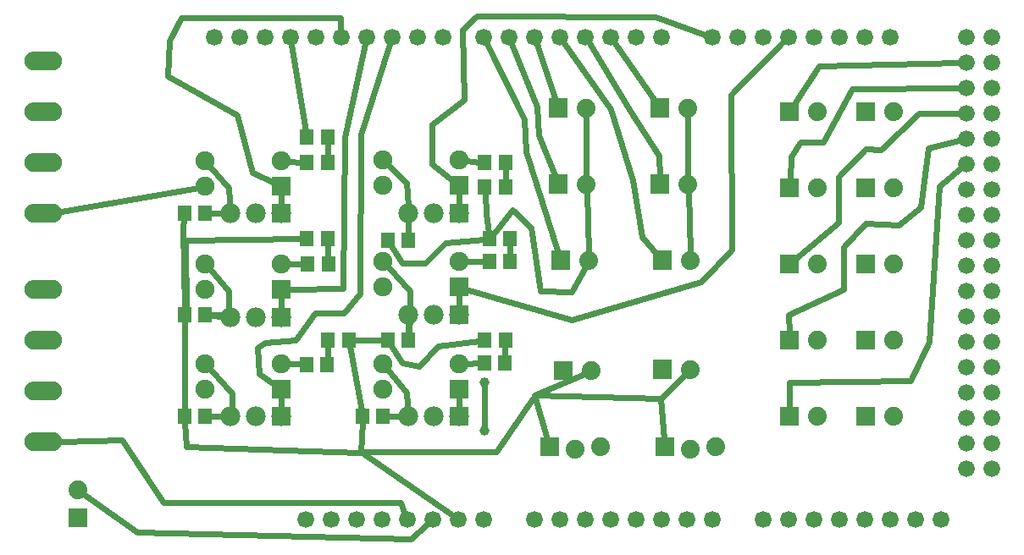
<source format=gtl>
G04 MADE WITH FRITZING*
G04 WWW.FRITZING.ORG*
G04 DOUBLE SIDED*
G04 HOLES PLATED*
G04 CONTOUR ON CENTER OF CONTOUR VECTOR*
%ASAXBY*%
%FSLAX23Y23*%
%MOIN*%
%OFA0B0*%
%SFA1.0B1.0*%
%ADD10C,0.039370*%
%ADD11C,0.074000*%
%ADD12C,0.075000*%
%ADD13C,0.078000*%
%ADD14C,0.066194*%
%ADD15C,0.066222*%
%ADD16C,0.065993*%
%ADD17R,0.075000X0.075000*%
%ADD18R,0.078000X0.078000*%
%ADD19R,0.055118X0.059055*%
%ADD20C,0.024000*%
%ADD21R,0.001000X0.001000*%
%LNCOPPER1*%
G90*
G70*
G54D10*
X1813Y466D03*
X1813Y658D03*
G54D11*
X213Y123D03*
X213Y233D03*
X213Y123D03*
X213Y233D03*
X113Y1723D03*
X113Y1723D03*
X113Y1523D03*
X113Y1523D03*
X113Y1323D03*
X113Y1323D03*
X113Y1923D03*
X113Y1923D03*
X113Y1023D03*
X113Y1023D03*
X113Y823D03*
X113Y823D03*
X113Y623D03*
X113Y623D03*
X113Y423D03*
X113Y423D03*
X3313Y523D03*
X3423Y523D03*
X3313Y523D03*
X3423Y523D03*
X3013Y523D03*
X3123Y523D03*
X3013Y523D03*
X3123Y523D03*
X3313Y1423D03*
X3423Y1423D03*
X3313Y1423D03*
X3423Y1423D03*
X3013Y1423D03*
X3123Y1423D03*
X3013Y1423D03*
X3123Y1423D03*
X3013Y1723D03*
X3123Y1723D03*
X3013Y1723D03*
X3123Y1723D03*
X3013Y1123D03*
X3123Y1123D03*
X3013Y1123D03*
X3123Y1123D03*
X3313Y1723D03*
X3423Y1723D03*
X3313Y1723D03*
X3423Y1723D03*
X3013Y823D03*
X3123Y823D03*
X3013Y823D03*
X3123Y823D03*
X3313Y1123D03*
X3423Y1123D03*
X3313Y1123D03*
X3423Y1123D03*
X3313Y823D03*
X3423Y823D03*
X3313Y823D03*
X3423Y823D03*
X2503Y1738D03*
X2613Y1738D03*
X2503Y1738D03*
X2613Y1738D03*
X2503Y1438D03*
X2613Y1438D03*
X2503Y1438D03*
X2613Y1438D03*
X2513Y1138D03*
X2623Y1138D03*
X2513Y1138D03*
X2623Y1138D03*
X2103Y1738D03*
X2213Y1738D03*
X2103Y1738D03*
X2213Y1738D03*
X2103Y1438D03*
X2213Y1438D03*
X2103Y1438D03*
X2213Y1438D03*
X2113Y1138D03*
X2223Y1138D03*
X2113Y1138D03*
X2223Y1138D03*
X2513Y708D03*
X2623Y708D03*
X2513Y708D03*
X2623Y708D03*
X2123Y703D03*
X2233Y703D03*
X2123Y703D03*
X2233Y703D03*
G54D12*
X1013Y630D03*
X713Y630D03*
X1013Y730D03*
X713Y730D03*
X1013Y1023D03*
X713Y1023D03*
X1013Y1123D03*
X713Y1123D03*
X1013Y1430D03*
X713Y1430D03*
X1013Y1530D03*
X713Y1530D03*
X1713Y630D03*
X1413Y630D03*
X1713Y730D03*
X1413Y730D03*
X1713Y1033D03*
X1413Y1033D03*
X1713Y1133D03*
X1413Y1133D03*
X1713Y1433D03*
X1413Y1433D03*
X1713Y1533D03*
X1413Y1533D03*
G54D13*
X1713Y1323D03*
X1613Y1323D03*
X1513Y1323D03*
X1713Y923D03*
X1613Y923D03*
X1513Y923D03*
X1713Y523D03*
X1613Y523D03*
X1513Y523D03*
X1013Y1323D03*
X913Y1323D03*
X813Y1323D03*
X1013Y913D03*
X913Y913D03*
X813Y913D03*
X1013Y523D03*
X913Y523D03*
X813Y523D03*
G54D11*
X2068Y403D03*
X2168Y393D03*
X2268Y403D03*
X2068Y403D03*
X2168Y393D03*
X2268Y403D03*
G54D14*
X2908Y118D03*
X3008Y118D03*
X3108Y118D03*
X3208Y118D03*
X3308Y118D03*
X3408Y118D03*
X3508Y118D03*
X3608Y118D03*
X2008Y118D03*
X2108Y118D03*
X2208Y118D03*
X2308Y118D03*
X2408Y118D03*
X2508Y118D03*
X2608Y118D03*
X2708Y118D03*
G54D15*
X2708Y2018D03*
X2808Y2018D03*
X2908Y2018D03*
X3008Y2018D03*
X3108Y2018D03*
X3208Y2018D03*
X3308Y2018D03*
X3408Y2018D03*
G54D14*
X1108Y118D03*
X1208Y118D03*
X1308Y118D03*
X1408Y118D03*
X1508Y118D03*
X1608Y118D03*
X1708Y118D03*
X1808Y118D03*
G54D15*
X1648Y2018D03*
X1548Y2018D03*
X1448Y2018D03*
X1348Y2018D03*
X1248Y2018D03*
X1148Y2018D03*
X1048Y2018D03*
X948Y2018D03*
X848Y2018D03*
X748Y2018D03*
X2508Y2018D03*
X2408Y2018D03*
X2308Y2018D03*
X2208Y2018D03*
X2108Y2018D03*
X2008Y2018D03*
X1908Y2018D03*
X1808Y2018D03*
G54D16*
X3708Y2018D03*
X3808Y2018D03*
X3708Y1918D03*
X3808Y1918D03*
X3708Y1818D03*
X3808Y1818D03*
X3708Y1718D03*
X3808Y1718D03*
X3708Y1618D03*
X3808Y1618D03*
X3708Y1518D03*
X3808Y1518D03*
X3708Y1418D03*
X3808Y1418D03*
X3708Y1318D03*
X3808Y1318D03*
X3708Y1218D03*
X3808Y1218D03*
X3708Y1118D03*
X3808Y1118D03*
X3708Y1018D03*
X3808Y1018D03*
X3708Y918D03*
X3808Y918D03*
X3708Y818D03*
X3808Y818D03*
X3708Y718D03*
X3808Y718D03*
X3708Y618D03*
X3808Y618D03*
X3708Y518D03*
X3808Y518D03*
X3708Y418D03*
X3808Y418D03*
X3708Y318D03*
X3808Y318D03*
G54D11*
X2523Y403D03*
X2623Y393D03*
X2723Y403D03*
X2523Y403D03*
X2623Y393D03*
X2723Y403D03*
G54D17*
X1013Y630D03*
X1013Y1023D03*
X1013Y1430D03*
X1713Y630D03*
X1713Y1033D03*
X1713Y1433D03*
G54D18*
X1713Y1323D03*
X1713Y923D03*
X1713Y523D03*
X1013Y1323D03*
X1013Y913D03*
X1013Y523D03*
G54D19*
X1513Y1218D03*
X1432Y1218D03*
X1813Y1428D03*
X1894Y1428D03*
X1513Y823D03*
X1432Y823D03*
X1832Y1223D03*
X1913Y1223D03*
X1413Y523D03*
X1332Y523D03*
X1813Y823D03*
X1894Y823D03*
X713Y523D03*
X632Y523D03*
X1278Y823D03*
X1197Y823D03*
X713Y923D03*
X632Y923D03*
X1113Y1223D03*
X1194Y1223D03*
X1113Y1623D03*
X1194Y1623D03*
X713Y1323D03*
X632Y1323D03*
X1894Y1523D03*
X1813Y1523D03*
X1913Y1133D03*
X1832Y1133D03*
X1893Y733D03*
X1812Y733D03*
X1193Y728D03*
X1112Y728D03*
X1198Y1123D03*
X1117Y1123D03*
X1194Y1523D03*
X1113Y1523D03*
G54D20*
X3678Y1917D02*
X3130Y1905D01*
D02*
X3130Y1905D02*
X3030Y1749D01*
D02*
X3226Y1022D02*
X3008Y925D01*
D02*
X3226Y1189D02*
X3226Y1022D01*
D02*
X3312Y1282D02*
X3226Y1189D01*
D02*
X3443Y1278D02*
X3312Y1282D01*
D02*
X3528Y1347D02*
X3443Y1278D01*
D02*
X3679Y1611D02*
X3559Y1580D01*
D02*
X3008Y925D02*
X3012Y854D01*
D02*
X3559Y1580D02*
X3528Y1347D01*
D02*
X3602Y1429D02*
X3563Y817D01*
D02*
X3685Y1499D02*
X3602Y1429D01*
D02*
X3489Y663D02*
X3012Y658D01*
D02*
X3012Y658D02*
X3013Y554D01*
D02*
X3563Y817D02*
X3489Y663D01*
D02*
X3057Y1604D02*
X3018Y1548D01*
D02*
X3678Y1818D02*
X3259Y1814D01*
D02*
X3259Y1814D02*
X3147Y1604D01*
D02*
X3147Y1604D02*
X3057Y1604D01*
D02*
X3018Y1548D02*
X3014Y1454D01*
D02*
X3207Y1468D02*
X3207Y1288D01*
D02*
X3523Y1717D02*
X3373Y1573D01*
D02*
X3207Y1288D02*
X3037Y1143D01*
D02*
X3678Y1718D02*
X3523Y1717D01*
D02*
X3313Y1578D02*
X3207Y1468D01*
D02*
X3373Y1573D02*
X3313Y1578D01*
D02*
X2432Y1229D02*
X2394Y1452D01*
D02*
X2485Y1764D02*
X2325Y1993D01*
D02*
X2309Y1735D02*
X2125Y1993D01*
D02*
X2394Y1452D02*
X2309Y1735D01*
D02*
X2386Y1727D02*
X2224Y1992D01*
D02*
X2093Y1768D02*
X2018Y1989D01*
D02*
X2499Y1549D02*
X2386Y1727D01*
D02*
X2502Y1469D02*
X2499Y1549D01*
D02*
X2492Y1161D02*
X2432Y1229D01*
D02*
X1974Y1568D02*
X1968Y1693D01*
D02*
X2024Y1629D02*
X2018Y1743D01*
D02*
X1968Y1693D02*
X1821Y1991D01*
D02*
X2018Y1743D02*
X1919Y1990D01*
D02*
X2103Y1168D02*
X1974Y1568D01*
D02*
X2091Y1467D02*
X2024Y1629D01*
D02*
X1893Y757D02*
X1893Y799D01*
D02*
X1913Y1157D02*
X1913Y1199D01*
D02*
X1894Y1499D02*
X1894Y1452D01*
D02*
X1091Y1525D02*
X1041Y1528D01*
D02*
X1194Y1547D02*
X1194Y1599D01*
D02*
X1197Y1147D02*
X1195Y1199D01*
D02*
X1194Y752D02*
X1196Y799D01*
D02*
X1261Y1623D02*
X1341Y1989D01*
D02*
X1254Y1027D02*
X1261Y1623D01*
D02*
X1042Y1024D02*
X1254Y1027D01*
D02*
X1095Y1123D02*
X1042Y1123D01*
D02*
X1013Y1353D02*
X1013Y1401D01*
D02*
X1435Y523D02*
X1483Y523D01*
D02*
X1513Y847D02*
X1513Y893D01*
D02*
X1790Y732D02*
X1741Y731D01*
D02*
X1810Y1133D02*
X1742Y1133D01*
D02*
X1791Y1525D02*
X1741Y1530D01*
D02*
X818Y523D02*
X735Y523D01*
D02*
X735Y1323D02*
X783Y1323D01*
D02*
X783Y916D02*
X735Y921D01*
D02*
X735Y523D02*
X783Y523D01*
D02*
X1513Y523D02*
X1435Y523D01*
D02*
X807Y1018D02*
X807Y923D01*
D02*
X732Y1102D02*
X807Y1018D01*
D02*
X807Y923D02*
X735Y923D01*
D02*
X818Y614D02*
X818Y523D01*
D02*
X732Y709D02*
X818Y614D01*
D02*
X1518Y1018D02*
X1518Y923D01*
D02*
X1432Y1112D02*
X1518Y1018D01*
D02*
X1518Y923D02*
X1514Y847D01*
D02*
X1507Y618D02*
X1513Y523D01*
D02*
X1431Y708D02*
X1507Y618D01*
D02*
X838Y1711D02*
X899Y1483D01*
D02*
X899Y1483D02*
X987Y1442D01*
D02*
X620Y2095D02*
X573Y2005D01*
D02*
X2667Y1053D02*
X2786Y1179D01*
D02*
X1244Y2095D02*
X620Y2095D01*
D02*
X1246Y2048D02*
X1244Y2095D01*
D02*
X573Y2005D02*
X566Y1862D01*
D02*
X566Y1862D02*
X838Y1711D01*
D02*
X807Y1423D02*
X813Y1323D01*
D02*
X732Y1508D02*
X807Y1423D01*
D02*
X813Y1323D02*
X735Y1323D01*
D02*
X2155Y902D02*
X2667Y1053D01*
D02*
X1740Y1025D02*
X2155Y902D01*
D02*
X387Y429D02*
X548Y184D01*
D02*
X1481Y184D02*
X1497Y146D01*
D02*
X2786Y1179D02*
X2782Y1791D01*
D02*
X548Y184D02*
X1481Y184D01*
D02*
X2782Y1791D02*
X2987Y1997D01*
D02*
X146Y424D02*
X387Y429D01*
D02*
X1713Y601D02*
X1713Y553D01*
D02*
X1013Y601D02*
X1013Y553D01*
D02*
X1013Y995D02*
X1013Y943D01*
D02*
X1713Y1405D02*
X1713Y1353D01*
D02*
X1713Y1005D02*
X1713Y953D01*
D02*
X1322Y1007D02*
X1260Y929D01*
D02*
X927Y689D02*
X989Y646D01*
D02*
X919Y793D02*
X927Y689D01*
D02*
X1068Y823D02*
X950Y812D01*
D02*
X1439Y1989D02*
X1325Y1634D01*
D02*
X1147Y929D02*
X1068Y823D01*
D02*
X1325Y1634D02*
X1322Y1007D01*
D02*
X1260Y929D02*
X1147Y929D01*
D02*
X950Y812D02*
X919Y793D01*
D02*
X1513Y1218D02*
X1512Y1229D01*
D02*
X1512Y1229D02*
X1513Y1293D01*
D02*
X1433Y1513D02*
X1504Y1443D01*
D02*
X1504Y1443D02*
X1511Y1353D01*
D02*
X1488Y735D02*
X1447Y799D01*
D02*
X1629Y799D02*
X1557Y719D01*
D02*
X1791Y820D02*
X1629Y799D01*
D02*
X1557Y719D02*
X1488Y735D01*
D02*
X2008Y608D02*
X2204Y691D01*
D02*
X1327Y385D02*
X1859Y385D01*
D02*
X1859Y385D02*
X2002Y595D01*
D02*
X639Y403D02*
X1319Y381D01*
D02*
X633Y499D02*
X639Y403D01*
D02*
X1522Y41D02*
X444Y68D01*
D02*
X444Y68D02*
X238Y215D01*
D02*
X1585Y98D02*
X1522Y41D01*
D02*
X627Y1268D02*
X630Y1299D01*
D02*
X632Y947D02*
X627Y1268D01*
D02*
X635Y1218D02*
X639Y929D01*
D02*
X1091Y1223D02*
X635Y1218D01*
D02*
X639Y929D02*
X632Y923D01*
D02*
X632Y547D02*
X632Y899D01*
D02*
X2222Y1169D02*
X2214Y1407D01*
D02*
X1995Y1268D02*
X1922Y1336D01*
D02*
X2033Y1016D02*
X1995Y1268D01*
D02*
X2155Y1013D02*
X2033Y1016D01*
D02*
X2208Y1111D02*
X2155Y1013D01*
D02*
X1922Y1336D02*
X1851Y1247D01*
D02*
X1820Y1321D02*
X1814Y1404D01*
D02*
X1829Y1247D02*
X1820Y1321D01*
D02*
X1660Y1207D02*
X1580Y1127D01*
D02*
X1580Y1127D02*
X1488Y1127D01*
D02*
X1810Y1221D02*
X1660Y1207D01*
D02*
X1488Y1127D02*
X1447Y1194D01*
D02*
X1109Y1647D02*
X1053Y1988D01*
D02*
X685Y1425D02*
X145Y1329D01*
D02*
X1410Y823D02*
X1300Y823D01*
D02*
X2614Y1407D02*
X2622Y1169D01*
D02*
X2613Y1707D02*
X2613Y1469D01*
D02*
X2213Y1469D02*
X2213Y1707D01*
D02*
X1327Y385D02*
X1683Y136D01*
D02*
X1282Y799D02*
X1328Y547D01*
D02*
X1327Y385D02*
X1331Y499D01*
D02*
X2008Y608D02*
X2505Y592D01*
D02*
X2505Y592D02*
X2601Y686D01*
D02*
X1732Y1769D02*
X1604Y1673D01*
D02*
X1604Y1673D02*
X1604Y1518D01*
D02*
X1604Y1518D02*
X1690Y1451D01*
D02*
X1724Y2048D02*
X1732Y1769D01*
D02*
X1782Y2099D02*
X1724Y2048D01*
D02*
X2679Y2028D02*
X2487Y2097D01*
D02*
X2487Y2097D02*
X1782Y2099D01*
D02*
X1042Y729D02*
X1090Y729D01*
D02*
X1813Y485D02*
X1813Y639D01*
D02*
X2008Y608D02*
X2059Y433D01*
D02*
X2505Y592D02*
X2520Y434D01*
G54D21*
X34Y1960D02*
X117Y1960D01*
X29Y1959D02*
X122Y1959D01*
X26Y1958D02*
X125Y1958D01*
X24Y1957D02*
X127Y1957D01*
X21Y1956D02*
X129Y1956D01*
X20Y1955D02*
X131Y1955D01*
X18Y1954D02*
X133Y1954D01*
X17Y1953D02*
X134Y1953D01*
X15Y1952D02*
X135Y1952D01*
X14Y1951D02*
X136Y1951D01*
X13Y1950D02*
X138Y1950D01*
X12Y1949D02*
X139Y1949D01*
X11Y1948D02*
X139Y1948D01*
X10Y1947D02*
X140Y1947D01*
X10Y1946D02*
X141Y1946D01*
X9Y1945D02*
X108Y1945D01*
X117Y1945D02*
X142Y1945D01*
X8Y1944D02*
X104Y1944D01*
X120Y1944D02*
X143Y1944D01*
X8Y1943D02*
X102Y1943D01*
X123Y1943D02*
X143Y1943D01*
X7Y1942D02*
X100Y1942D01*
X124Y1942D02*
X144Y1942D01*
X6Y1941D02*
X99Y1941D01*
X126Y1941D02*
X144Y1941D01*
X6Y1940D02*
X98Y1940D01*
X127Y1940D02*
X145Y1940D01*
X5Y1939D02*
X96Y1939D01*
X128Y1939D02*
X145Y1939D01*
X5Y1938D02*
X96Y1938D01*
X129Y1938D02*
X146Y1938D01*
X5Y1937D02*
X95Y1937D01*
X130Y1937D02*
X146Y1937D01*
X4Y1936D02*
X94Y1936D01*
X131Y1936D02*
X147Y1936D01*
X4Y1935D02*
X93Y1935D01*
X131Y1935D02*
X147Y1935D01*
X3Y1934D02*
X93Y1934D01*
X132Y1934D02*
X147Y1934D01*
X3Y1933D02*
X92Y1933D01*
X133Y1933D02*
X148Y1933D01*
X3Y1932D02*
X92Y1932D01*
X133Y1932D02*
X148Y1932D01*
X3Y1931D02*
X91Y1931D01*
X133Y1931D02*
X148Y1931D01*
X3Y1930D02*
X91Y1930D01*
X134Y1930D02*
X148Y1930D01*
X2Y1929D02*
X91Y1929D01*
X134Y1929D02*
X148Y1929D01*
X2Y1928D02*
X90Y1928D01*
X134Y1928D02*
X149Y1928D01*
X2Y1927D02*
X90Y1927D01*
X135Y1927D02*
X149Y1927D01*
X2Y1926D02*
X90Y1926D01*
X135Y1926D02*
X149Y1926D01*
X2Y1925D02*
X90Y1925D01*
X135Y1925D02*
X149Y1925D01*
X2Y1924D02*
X90Y1924D01*
X135Y1924D02*
X149Y1924D01*
X2Y1923D02*
X90Y1923D01*
X135Y1923D02*
X149Y1923D01*
X2Y1922D02*
X90Y1922D01*
X135Y1922D02*
X149Y1922D01*
X2Y1921D02*
X90Y1921D01*
X135Y1921D02*
X149Y1921D01*
X2Y1920D02*
X90Y1920D01*
X135Y1920D02*
X149Y1920D01*
X2Y1919D02*
X90Y1919D01*
X134Y1919D02*
X149Y1919D01*
X2Y1918D02*
X91Y1918D01*
X134Y1918D02*
X148Y1918D01*
X2Y1917D02*
X91Y1917D01*
X134Y1917D02*
X148Y1917D01*
X3Y1916D02*
X91Y1916D01*
X134Y1916D02*
X148Y1916D01*
X3Y1915D02*
X92Y1915D01*
X133Y1915D02*
X148Y1915D01*
X3Y1914D02*
X92Y1914D01*
X133Y1914D02*
X148Y1914D01*
X3Y1913D02*
X93Y1913D01*
X132Y1913D02*
X147Y1913D01*
X4Y1912D02*
X93Y1912D01*
X132Y1912D02*
X147Y1912D01*
X4Y1911D02*
X94Y1911D01*
X131Y1911D02*
X147Y1911D01*
X4Y1910D02*
X95Y1910D01*
X130Y1910D02*
X146Y1910D01*
X5Y1909D02*
X95Y1909D01*
X129Y1909D02*
X146Y1909D01*
X5Y1908D02*
X96Y1908D01*
X129Y1908D02*
X145Y1908D01*
X6Y1907D02*
X97Y1907D01*
X127Y1907D02*
X145Y1907D01*
X6Y1906D02*
X99Y1906D01*
X126Y1906D02*
X145Y1906D01*
X7Y1905D02*
X100Y1905D01*
X125Y1905D02*
X144Y1905D01*
X7Y1904D02*
X102Y1904D01*
X123Y1904D02*
X143Y1904D01*
X8Y1903D02*
X104Y1903D01*
X121Y1903D02*
X143Y1903D01*
X9Y1902D02*
X107Y1902D01*
X118Y1902D02*
X142Y1902D01*
X9Y1901D02*
X141Y1901D01*
X10Y1900D02*
X141Y1900D01*
X11Y1899D02*
X140Y1899D01*
X12Y1898D02*
X139Y1898D01*
X13Y1897D02*
X138Y1897D01*
X14Y1896D02*
X137Y1896D01*
X15Y1895D02*
X136Y1895D01*
X16Y1894D02*
X134Y1894D01*
X18Y1893D02*
X133Y1893D01*
X19Y1892D02*
X131Y1892D01*
X21Y1891D02*
X130Y1891D01*
X23Y1890D02*
X128Y1890D01*
X25Y1889D02*
X125Y1889D01*
X28Y1888D02*
X123Y1888D01*
X32Y1887D02*
X118Y1887D01*
X2066Y1775D02*
X2139Y1775D01*
X2466Y1775D02*
X2538Y1775D01*
X2066Y1774D02*
X2139Y1774D01*
X2466Y1774D02*
X2539Y1774D01*
X2066Y1773D02*
X2139Y1773D01*
X2466Y1773D02*
X2539Y1773D01*
X2066Y1772D02*
X2139Y1772D01*
X2466Y1772D02*
X2539Y1772D01*
X2066Y1771D02*
X2139Y1771D01*
X2466Y1771D02*
X2539Y1771D01*
X2066Y1770D02*
X2139Y1770D01*
X2466Y1770D02*
X2539Y1770D01*
X2066Y1769D02*
X2139Y1769D01*
X2466Y1769D02*
X2539Y1769D01*
X2066Y1768D02*
X2139Y1768D01*
X2466Y1768D02*
X2539Y1768D01*
X2066Y1767D02*
X2139Y1767D01*
X2466Y1767D02*
X2539Y1767D01*
X2066Y1766D02*
X2139Y1766D01*
X2466Y1766D02*
X2539Y1766D01*
X2066Y1765D02*
X2139Y1765D01*
X2466Y1765D02*
X2539Y1765D01*
X2066Y1764D02*
X2139Y1764D01*
X2466Y1764D02*
X2539Y1764D01*
X2066Y1763D02*
X2139Y1763D01*
X2466Y1763D02*
X2539Y1763D01*
X2066Y1762D02*
X2139Y1762D01*
X2466Y1762D02*
X2539Y1762D01*
X2066Y1761D02*
X2139Y1761D01*
X2466Y1761D02*
X2539Y1761D01*
X34Y1760D02*
X117Y1760D01*
X2066Y1760D02*
X2139Y1760D01*
X2466Y1760D02*
X2539Y1760D01*
X2976Y1760D02*
X3048Y1760D01*
X3275Y1760D02*
X3348Y1760D01*
X29Y1759D02*
X122Y1759D01*
X2066Y1759D02*
X2139Y1759D01*
X2466Y1759D02*
X2539Y1759D01*
X2975Y1759D02*
X3048Y1759D01*
X3275Y1759D02*
X3348Y1759D01*
X26Y1758D02*
X125Y1758D01*
X2066Y1758D02*
X2098Y1758D01*
X2106Y1758D02*
X2139Y1758D01*
X2466Y1758D02*
X2498Y1758D01*
X2506Y1758D02*
X2539Y1758D01*
X2975Y1758D02*
X3048Y1758D01*
X3275Y1758D02*
X3348Y1758D01*
X23Y1757D02*
X127Y1757D01*
X2066Y1757D02*
X2094Y1757D01*
X2110Y1757D02*
X2139Y1757D01*
X2466Y1757D02*
X2494Y1757D01*
X2510Y1757D02*
X2539Y1757D01*
X2975Y1757D02*
X3048Y1757D01*
X3275Y1757D02*
X3348Y1757D01*
X21Y1756D02*
X129Y1756D01*
X2066Y1756D02*
X2092Y1756D01*
X2112Y1756D02*
X2139Y1756D01*
X2466Y1756D02*
X2492Y1756D01*
X2512Y1756D02*
X2539Y1756D01*
X2975Y1756D02*
X3048Y1756D01*
X3275Y1756D02*
X3348Y1756D01*
X20Y1755D02*
X131Y1755D01*
X2066Y1755D02*
X2090Y1755D01*
X2114Y1755D02*
X2139Y1755D01*
X2466Y1755D02*
X2490Y1755D01*
X2514Y1755D02*
X2539Y1755D01*
X2975Y1755D02*
X3048Y1755D01*
X3275Y1755D02*
X3348Y1755D01*
X18Y1754D02*
X133Y1754D01*
X2066Y1754D02*
X2089Y1754D01*
X2115Y1754D02*
X2139Y1754D01*
X2466Y1754D02*
X2489Y1754D01*
X2515Y1754D02*
X2539Y1754D01*
X2975Y1754D02*
X3048Y1754D01*
X3275Y1754D02*
X3348Y1754D01*
X17Y1753D02*
X134Y1753D01*
X2066Y1753D02*
X2088Y1753D01*
X2116Y1753D02*
X2139Y1753D01*
X2466Y1753D02*
X2488Y1753D01*
X2516Y1753D02*
X2539Y1753D01*
X2975Y1753D02*
X3048Y1753D01*
X3275Y1753D02*
X3348Y1753D01*
X15Y1752D02*
X135Y1752D01*
X2066Y1752D02*
X2087Y1752D01*
X2117Y1752D02*
X2139Y1752D01*
X2466Y1752D02*
X2487Y1752D01*
X2517Y1752D02*
X2539Y1752D01*
X2975Y1752D02*
X3048Y1752D01*
X3275Y1752D02*
X3348Y1752D01*
X14Y1751D02*
X136Y1751D01*
X2066Y1751D02*
X2086Y1751D01*
X2118Y1751D02*
X2139Y1751D01*
X2466Y1751D02*
X2486Y1751D01*
X2518Y1751D02*
X2539Y1751D01*
X2975Y1751D02*
X3048Y1751D01*
X3275Y1751D02*
X3348Y1751D01*
X13Y1750D02*
X138Y1750D01*
X2066Y1750D02*
X2085Y1750D01*
X2119Y1750D02*
X2139Y1750D01*
X2466Y1750D02*
X2485Y1750D01*
X2519Y1750D02*
X2539Y1750D01*
X2975Y1750D02*
X3048Y1750D01*
X3275Y1750D02*
X3348Y1750D01*
X12Y1749D02*
X139Y1749D01*
X2066Y1749D02*
X2085Y1749D01*
X2119Y1749D02*
X2139Y1749D01*
X2466Y1749D02*
X2485Y1749D01*
X2519Y1749D02*
X2539Y1749D01*
X2975Y1749D02*
X3048Y1749D01*
X3275Y1749D02*
X3348Y1749D01*
X11Y1748D02*
X139Y1748D01*
X2066Y1748D02*
X2084Y1748D01*
X2120Y1748D02*
X2139Y1748D01*
X2466Y1748D02*
X2484Y1748D01*
X2520Y1748D02*
X2539Y1748D01*
X2975Y1748D02*
X3048Y1748D01*
X3275Y1748D02*
X3348Y1748D01*
X10Y1747D02*
X140Y1747D01*
X2066Y1747D02*
X2084Y1747D01*
X2121Y1747D02*
X2139Y1747D01*
X2466Y1747D02*
X2484Y1747D01*
X2521Y1747D02*
X2539Y1747D01*
X2975Y1747D02*
X3048Y1747D01*
X3275Y1747D02*
X3348Y1747D01*
X10Y1746D02*
X141Y1746D01*
X2066Y1746D02*
X2083Y1746D01*
X2121Y1746D02*
X2139Y1746D01*
X2466Y1746D02*
X2483Y1746D01*
X2521Y1746D02*
X2539Y1746D01*
X2975Y1746D02*
X3048Y1746D01*
X3275Y1746D02*
X3348Y1746D01*
X9Y1745D02*
X108Y1745D01*
X117Y1745D02*
X142Y1745D01*
X2066Y1745D02*
X2083Y1745D01*
X2121Y1745D02*
X2139Y1745D01*
X2466Y1745D02*
X2483Y1745D01*
X2521Y1745D02*
X2539Y1745D01*
X2975Y1745D02*
X3048Y1745D01*
X3275Y1745D02*
X3348Y1745D01*
X8Y1744D02*
X104Y1744D01*
X120Y1744D02*
X143Y1744D01*
X2066Y1744D02*
X2082Y1744D01*
X2122Y1744D02*
X2139Y1744D01*
X2466Y1744D02*
X2482Y1744D01*
X2522Y1744D02*
X2539Y1744D01*
X2975Y1744D02*
X3048Y1744D01*
X3275Y1744D02*
X3348Y1744D01*
X8Y1743D02*
X102Y1743D01*
X123Y1743D02*
X143Y1743D01*
X2066Y1743D02*
X2082Y1743D01*
X2122Y1743D02*
X2139Y1743D01*
X2466Y1743D02*
X2482Y1743D01*
X2522Y1743D02*
X2539Y1743D01*
X2975Y1743D02*
X3008Y1743D01*
X3016Y1743D02*
X3048Y1743D01*
X3275Y1743D02*
X3308Y1743D01*
X3316Y1743D02*
X3348Y1743D01*
X7Y1742D02*
X100Y1742D01*
X125Y1742D02*
X144Y1742D01*
X2066Y1742D02*
X2082Y1742D01*
X2122Y1742D02*
X2139Y1742D01*
X2466Y1742D02*
X2482Y1742D01*
X2522Y1742D02*
X2539Y1742D01*
X2975Y1742D02*
X3004Y1742D01*
X3020Y1742D02*
X3048Y1742D01*
X3275Y1742D02*
X3304Y1742D01*
X3320Y1742D02*
X3348Y1742D01*
X6Y1741D02*
X99Y1741D01*
X126Y1741D02*
X144Y1741D01*
X2066Y1741D02*
X2082Y1741D01*
X2122Y1741D02*
X2139Y1741D01*
X2466Y1741D02*
X2482Y1741D01*
X2522Y1741D02*
X2539Y1741D01*
X2975Y1741D02*
X3002Y1741D01*
X3022Y1741D02*
X3048Y1741D01*
X3275Y1741D02*
X3302Y1741D01*
X3322Y1741D02*
X3348Y1741D01*
X6Y1740D02*
X98Y1740D01*
X127Y1740D02*
X145Y1740D01*
X2066Y1740D02*
X2082Y1740D01*
X2122Y1740D02*
X2139Y1740D01*
X2466Y1740D02*
X2482Y1740D01*
X2522Y1740D02*
X2539Y1740D01*
X2975Y1740D02*
X3000Y1740D01*
X3024Y1740D02*
X3048Y1740D01*
X3275Y1740D02*
X3300Y1740D01*
X3324Y1740D02*
X3348Y1740D01*
X5Y1739D02*
X96Y1739D01*
X128Y1739D02*
X145Y1739D01*
X2066Y1739D02*
X2082Y1739D01*
X2123Y1739D02*
X2139Y1739D01*
X2466Y1739D02*
X2482Y1739D01*
X2522Y1739D02*
X2539Y1739D01*
X2975Y1739D02*
X2999Y1739D01*
X3025Y1739D02*
X3048Y1739D01*
X3275Y1739D02*
X3299Y1739D01*
X3325Y1739D02*
X3348Y1739D01*
X5Y1738D02*
X96Y1738D01*
X129Y1738D02*
X146Y1738D01*
X2066Y1738D02*
X2082Y1738D01*
X2123Y1738D02*
X2139Y1738D01*
X2466Y1738D02*
X2482Y1738D01*
X2522Y1738D02*
X2539Y1738D01*
X2975Y1738D02*
X2998Y1738D01*
X3026Y1738D02*
X3048Y1738D01*
X3275Y1738D02*
X3298Y1738D01*
X3326Y1738D02*
X3348Y1738D01*
X4Y1737D02*
X95Y1737D01*
X130Y1737D02*
X146Y1737D01*
X2066Y1737D02*
X2082Y1737D01*
X2122Y1737D02*
X2139Y1737D01*
X2466Y1737D02*
X2482Y1737D01*
X2522Y1737D02*
X2539Y1737D01*
X2975Y1737D02*
X2997Y1737D01*
X3027Y1737D02*
X3048Y1737D01*
X3275Y1737D02*
X3297Y1737D01*
X3327Y1737D02*
X3348Y1737D01*
X4Y1736D02*
X94Y1736D01*
X131Y1736D02*
X147Y1736D01*
X2066Y1736D02*
X2082Y1736D01*
X2122Y1736D02*
X2139Y1736D01*
X2466Y1736D02*
X2482Y1736D01*
X2522Y1736D02*
X2539Y1736D01*
X2975Y1736D02*
X2996Y1736D01*
X3028Y1736D02*
X3048Y1736D01*
X3275Y1736D02*
X3296Y1736D01*
X3328Y1736D02*
X3348Y1736D01*
X4Y1735D02*
X93Y1735D01*
X131Y1735D02*
X147Y1735D01*
X2066Y1735D02*
X2082Y1735D01*
X2122Y1735D02*
X2139Y1735D01*
X2466Y1735D02*
X2482Y1735D01*
X2522Y1735D02*
X2539Y1735D01*
X2975Y1735D02*
X2995Y1735D01*
X3029Y1735D02*
X3048Y1735D01*
X3275Y1735D02*
X3295Y1735D01*
X3329Y1735D02*
X3348Y1735D01*
X3Y1734D02*
X93Y1734D01*
X132Y1734D02*
X147Y1734D01*
X2066Y1734D02*
X2082Y1734D01*
X2122Y1734D02*
X2139Y1734D01*
X2466Y1734D02*
X2482Y1734D01*
X2522Y1734D02*
X2539Y1734D01*
X2975Y1734D02*
X2995Y1734D01*
X3029Y1734D02*
X3048Y1734D01*
X3275Y1734D02*
X3295Y1734D01*
X3329Y1734D02*
X3348Y1734D01*
X3Y1733D02*
X92Y1733D01*
X133Y1733D02*
X148Y1733D01*
X2066Y1733D02*
X2082Y1733D01*
X2122Y1733D02*
X2139Y1733D01*
X2466Y1733D02*
X2482Y1733D01*
X2522Y1733D02*
X2539Y1733D01*
X2975Y1733D02*
X2994Y1733D01*
X3030Y1733D02*
X3048Y1733D01*
X3275Y1733D02*
X3294Y1733D01*
X3330Y1733D02*
X3348Y1733D01*
X3Y1732D02*
X92Y1732D01*
X133Y1732D02*
X148Y1732D01*
X2066Y1732D02*
X2083Y1732D01*
X2121Y1732D02*
X2139Y1732D01*
X2466Y1732D02*
X2483Y1732D01*
X2521Y1732D02*
X2539Y1732D01*
X2975Y1732D02*
X2993Y1732D01*
X3030Y1732D02*
X3048Y1732D01*
X3275Y1732D02*
X3293Y1732D01*
X3330Y1732D02*
X3348Y1732D01*
X3Y1731D02*
X91Y1731D01*
X133Y1731D02*
X148Y1731D01*
X2066Y1731D02*
X2083Y1731D01*
X2121Y1731D02*
X2139Y1731D01*
X2466Y1731D02*
X2483Y1731D01*
X2521Y1731D02*
X2539Y1731D01*
X2975Y1731D02*
X2993Y1731D01*
X3031Y1731D02*
X3048Y1731D01*
X3275Y1731D02*
X3293Y1731D01*
X3331Y1731D02*
X3348Y1731D01*
X3Y1730D02*
X91Y1730D01*
X134Y1730D02*
X148Y1730D01*
X2066Y1730D02*
X2084Y1730D01*
X2121Y1730D02*
X2139Y1730D01*
X2466Y1730D02*
X2483Y1730D01*
X2521Y1730D02*
X2539Y1730D01*
X2975Y1730D02*
X2993Y1730D01*
X3031Y1730D02*
X3048Y1730D01*
X3275Y1730D02*
X3293Y1730D01*
X3331Y1730D02*
X3348Y1730D01*
X2Y1729D02*
X91Y1729D01*
X134Y1729D02*
X148Y1729D01*
X2066Y1729D02*
X2084Y1729D01*
X2120Y1729D02*
X2139Y1729D01*
X2466Y1729D02*
X2484Y1729D01*
X2520Y1729D02*
X2539Y1729D01*
X2975Y1729D02*
X2992Y1729D01*
X3032Y1729D02*
X3048Y1729D01*
X3275Y1729D02*
X3292Y1729D01*
X3332Y1729D02*
X3348Y1729D01*
X2Y1728D02*
X90Y1728D01*
X134Y1728D02*
X149Y1728D01*
X2066Y1728D02*
X2085Y1728D01*
X2120Y1728D02*
X2139Y1728D01*
X2466Y1728D02*
X2485Y1728D01*
X2520Y1728D02*
X2539Y1728D01*
X2975Y1728D02*
X2992Y1728D01*
X3032Y1728D02*
X3048Y1728D01*
X3275Y1728D02*
X3292Y1728D01*
X3332Y1728D02*
X3348Y1728D01*
X2Y1727D02*
X90Y1727D01*
X135Y1727D02*
X149Y1727D01*
X2066Y1727D02*
X2085Y1727D01*
X2119Y1727D02*
X2139Y1727D01*
X2466Y1727D02*
X2485Y1727D01*
X2519Y1727D02*
X2539Y1727D01*
X2975Y1727D02*
X2992Y1727D01*
X3032Y1727D02*
X3048Y1727D01*
X3275Y1727D02*
X3292Y1727D01*
X3332Y1727D02*
X3348Y1727D01*
X2Y1726D02*
X90Y1726D01*
X135Y1726D02*
X149Y1726D01*
X2066Y1726D02*
X2086Y1726D01*
X2118Y1726D02*
X2139Y1726D01*
X2466Y1726D02*
X2486Y1726D01*
X2518Y1726D02*
X2539Y1726D01*
X2975Y1726D02*
X2992Y1726D01*
X3032Y1726D02*
X3048Y1726D01*
X3275Y1726D02*
X3292Y1726D01*
X3332Y1726D02*
X3348Y1726D01*
X2Y1725D02*
X90Y1725D01*
X135Y1725D02*
X149Y1725D01*
X2066Y1725D02*
X2087Y1725D01*
X2117Y1725D02*
X2139Y1725D01*
X2466Y1725D02*
X2487Y1725D01*
X2517Y1725D02*
X2539Y1725D01*
X2975Y1725D02*
X2992Y1725D01*
X3032Y1725D02*
X3048Y1725D01*
X3275Y1725D02*
X3292Y1725D01*
X3332Y1725D02*
X3348Y1725D01*
X2Y1724D02*
X90Y1724D01*
X135Y1724D02*
X149Y1724D01*
X2066Y1724D02*
X2088Y1724D01*
X2116Y1724D02*
X2139Y1724D01*
X2466Y1724D02*
X2488Y1724D01*
X2516Y1724D02*
X2539Y1724D01*
X2975Y1724D02*
X2992Y1724D01*
X3032Y1724D02*
X3048Y1724D01*
X3275Y1724D02*
X3291Y1724D01*
X3332Y1724D02*
X3348Y1724D01*
X2Y1723D02*
X90Y1723D01*
X135Y1723D02*
X149Y1723D01*
X2066Y1723D02*
X2089Y1723D01*
X2115Y1723D02*
X2139Y1723D01*
X2466Y1723D02*
X2489Y1723D01*
X2515Y1723D02*
X2539Y1723D01*
X2975Y1723D02*
X2992Y1723D01*
X3032Y1723D02*
X3048Y1723D01*
X3275Y1723D02*
X3291Y1723D01*
X3332Y1723D02*
X3348Y1723D01*
X2Y1722D02*
X90Y1722D01*
X135Y1722D02*
X149Y1722D01*
X2066Y1722D02*
X2090Y1722D01*
X2114Y1722D02*
X2139Y1722D01*
X2466Y1722D02*
X2490Y1722D01*
X2514Y1722D02*
X2539Y1722D01*
X2975Y1722D02*
X2992Y1722D01*
X3032Y1722D02*
X3048Y1722D01*
X3275Y1722D02*
X3292Y1722D01*
X3332Y1722D02*
X3348Y1722D01*
X2Y1721D02*
X90Y1721D01*
X135Y1721D02*
X149Y1721D01*
X2066Y1721D02*
X2092Y1721D01*
X2112Y1721D02*
X2139Y1721D01*
X2466Y1721D02*
X2492Y1721D01*
X2512Y1721D02*
X2539Y1721D01*
X2975Y1721D02*
X2992Y1721D01*
X3032Y1721D02*
X3048Y1721D01*
X3275Y1721D02*
X3292Y1721D01*
X3332Y1721D02*
X3348Y1721D01*
X2Y1720D02*
X90Y1720D01*
X135Y1720D02*
X149Y1720D01*
X2066Y1720D02*
X2094Y1720D01*
X2110Y1720D02*
X2139Y1720D01*
X2466Y1720D02*
X2494Y1720D01*
X2510Y1720D02*
X2539Y1720D01*
X2975Y1720D02*
X2992Y1720D01*
X3032Y1720D02*
X3048Y1720D01*
X3275Y1720D02*
X3292Y1720D01*
X3332Y1720D02*
X3348Y1720D01*
X2Y1719D02*
X90Y1719D01*
X134Y1719D02*
X149Y1719D01*
X2066Y1719D02*
X2097Y1719D01*
X2107Y1719D02*
X2139Y1719D01*
X2466Y1719D02*
X2497Y1719D01*
X2507Y1719D02*
X2539Y1719D01*
X2975Y1719D02*
X2992Y1719D01*
X3032Y1719D02*
X3048Y1719D01*
X3275Y1719D02*
X3292Y1719D01*
X3332Y1719D02*
X3348Y1719D01*
X2Y1718D02*
X91Y1718D01*
X134Y1718D02*
X148Y1718D01*
X2066Y1718D02*
X2139Y1718D01*
X2466Y1718D02*
X2539Y1718D01*
X2975Y1718D02*
X2992Y1718D01*
X3032Y1718D02*
X3048Y1718D01*
X3275Y1718D02*
X3292Y1718D01*
X3332Y1718D02*
X3348Y1718D01*
X2Y1717D02*
X91Y1717D01*
X134Y1717D02*
X148Y1717D01*
X2066Y1717D02*
X2139Y1717D01*
X2466Y1717D02*
X2539Y1717D01*
X2975Y1717D02*
X2993Y1717D01*
X3031Y1717D02*
X3048Y1717D01*
X3275Y1717D02*
X3293Y1717D01*
X3331Y1717D02*
X3348Y1717D01*
X3Y1716D02*
X91Y1716D01*
X133Y1716D02*
X148Y1716D01*
X2066Y1716D02*
X2139Y1716D01*
X2466Y1716D02*
X2539Y1716D01*
X2975Y1716D02*
X2993Y1716D01*
X3031Y1716D02*
X3048Y1716D01*
X3275Y1716D02*
X3293Y1716D01*
X3331Y1716D02*
X3348Y1716D01*
X3Y1715D02*
X92Y1715D01*
X133Y1715D02*
X148Y1715D01*
X2066Y1715D02*
X2139Y1715D01*
X2466Y1715D02*
X2539Y1715D01*
X2975Y1715D02*
X2993Y1715D01*
X3031Y1715D02*
X3048Y1715D01*
X3275Y1715D02*
X3293Y1715D01*
X3331Y1715D02*
X3348Y1715D01*
X3Y1714D02*
X92Y1714D01*
X133Y1714D02*
X148Y1714D01*
X2066Y1714D02*
X2139Y1714D01*
X2466Y1714D02*
X2539Y1714D01*
X2975Y1714D02*
X2994Y1714D01*
X3030Y1714D02*
X3048Y1714D01*
X3275Y1714D02*
X3294Y1714D01*
X3330Y1714D02*
X3348Y1714D01*
X3Y1713D02*
X93Y1713D01*
X132Y1713D02*
X147Y1713D01*
X2066Y1713D02*
X2139Y1713D01*
X2466Y1713D02*
X2539Y1713D01*
X2975Y1713D02*
X2994Y1713D01*
X3029Y1713D02*
X3048Y1713D01*
X3275Y1713D02*
X3294Y1713D01*
X3329Y1713D02*
X3348Y1713D01*
X4Y1712D02*
X93Y1712D01*
X132Y1712D02*
X147Y1712D01*
X2066Y1712D02*
X2139Y1712D01*
X2466Y1712D02*
X2539Y1712D01*
X2975Y1712D02*
X2995Y1712D01*
X3029Y1712D02*
X3048Y1712D01*
X3275Y1712D02*
X3295Y1712D01*
X3329Y1712D02*
X3348Y1712D01*
X4Y1711D02*
X94Y1711D01*
X131Y1711D02*
X147Y1711D01*
X2066Y1711D02*
X2139Y1711D01*
X2466Y1711D02*
X2539Y1711D01*
X2975Y1711D02*
X2996Y1711D01*
X3028Y1711D02*
X3048Y1711D01*
X3275Y1711D02*
X3296Y1711D01*
X3328Y1711D02*
X3348Y1711D01*
X4Y1710D02*
X95Y1710D01*
X130Y1710D02*
X146Y1710D01*
X2066Y1710D02*
X2139Y1710D01*
X2466Y1710D02*
X2539Y1710D01*
X2975Y1710D02*
X2997Y1710D01*
X3027Y1710D02*
X3048Y1710D01*
X3275Y1710D02*
X3297Y1710D01*
X3327Y1710D02*
X3348Y1710D01*
X5Y1709D02*
X95Y1709D01*
X129Y1709D02*
X146Y1709D01*
X2066Y1709D02*
X2139Y1709D01*
X2466Y1709D02*
X2539Y1709D01*
X2975Y1709D02*
X2998Y1709D01*
X3026Y1709D02*
X3048Y1709D01*
X3275Y1709D02*
X3298Y1709D01*
X3326Y1709D02*
X3348Y1709D01*
X5Y1708D02*
X96Y1708D01*
X129Y1708D02*
X145Y1708D01*
X2066Y1708D02*
X2139Y1708D01*
X2466Y1708D02*
X2539Y1708D01*
X2975Y1708D02*
X2999Y1708D01*
X3025Y1708D02*
X3048Y1708D01*
X3275Y1708D02*
X3299Y1708D01*
X3325Y1708D02*
X3348Y1708D01*
X6Y1707D02*
X97Y1707D01*
X127Y1707D02*
X145Y1707D01*
X2066Y1707D02*
X2139Y1707D01*
X2466Y1707D02*
X2539Y1707D01*
X2975Y1707D02*
X3000Y1707D01*
X3024Y1707D02*
X3048Y1707D01*
X3275Y1707D02*
X3300Y1707D01*
X3324Y1707D02*
X3348Y1707D01*
X6Y1706D02*
X99Y1706D01*
X126Y1706D02*
X145Y1706D01*
X2066Y1706D02*
X2139Y1706D01*
X2466Y1706D02*
X2539Y1706D01*
X2975Y1706D02*
X3002Y1706D01*
X3022Y1706D02*
X3048Y1706D01*
X3275Y1706D02*
X3302Y1706D01*
X3322Y1706D02*
X3348Y1706D01*
X7Y1705D02*
X100Y1705D01*
X125Y1705D02*
X144Y1705D01*
X2066Y1705D02*
X2139Y1705D01*
X2466Y1705D02*
X2539Y1705D01*
X2975Y1705D02*
X3004Y1705D01*
X3020Y1705D02*
X3048Y1705D01*
X3275Y1705D02*
X3304Y1705D01*
X3320Y1705D02*
X3348Y1705D01*
X7Y1704D02*
X102Y1704D01*
X123Y1704D02*
X143Y1704D01*
X2066Y1704D02*
X2139Y1704D01*
X2466Y1704D02*
X2539Y1704D01*
X2975Y1704D02*
X3007Y1704D01*
X3017Y1704D02*
X3048Y1704D01*
X3275Y1704D02*
X3307Y1704D01*
X3317Y1704D02*
X3348Y1704D01*
X8Y1703D02*
X104Y1703D01*
X121Y1703D02*
X143Y1703D01*
X2066Y1703D02*
X2139Y1703D01*
X2466Y1703D02*
X2539Y1703D01*
X2975Y1703D02*
X3048Y1703D01*
X3275Y1703D02*
X3348Y1703D01*
X9Y1702D02*
X107Y1702D01*
X118Y1702D02*
X142Y1702D01*
X2066Y1702D02*
X2139Y1702D01*
X2466Y1702D02*
X2539Y1702D01*
X2975Y1702D02*
X3048Y1702D01*
X3275Y1702D02*
X3348Y1702D01*
X9Y1701D02*
X141Y1701D01*
X2975Y1701D02*
X3048Y1701D01*
X3275Y1701D02*
X3348Y1701D01*
X10Y1700D02*
X141Y1700D01*
X2975Y1700D02*
X3048Y1700D01*
X3275Y1700D02*
X3348Y1700D01*
X11Y1699D02*
X140Y1699D01*
X2975Y1699D02*
X3048Y1699D01*
X3275Y1699D02*
X3348Y1699D01*
X12Y1698D02*
X139Y1698D01*
X2975Y1698D02*
X3048Y1698D01*
X3275Y1698D02*
X3348Y1698D01*
X13Y1697D02*
X138Y1697D01*
X2975Y1697D02*
X3048Y1697D01*
X3275Y1697D02*
X3348Y1697D01*
X14Y1696D02*
X137Y1696D01*
X2975Y1696D02*
X3048Y1696D01*
X3275Y1696D02*
X3348Y1696D01*
X15Y1695D02*
X136Y1695D01*
X2975Y1695D02*
X3048Y1695D01*
X3275Y1695D02*
X3348Y1695D01*
X16Y1694D02*
X134Y1694D01*
X2975Y1694D02*
X3048Y1694D01*
X3275Y1694D02*
X3348Y1694D01*
X18Y1693D02*
X133Y1693D01*
X2975Y1693D02*
X3048Y1693D01*
X3275Y1693D02*
X3348Y1693D01*
X19Y1692D02*
X131Y1692D01*
X2975Y1692D02*
X3048Y1692D01*
X3275Y1692D02*
X3348Y1692D01*
X21Y1691D02*
X130Y1691D01*
X2975Y1691D02*
X3048Y1691D01*
X3275Y1691D02*
X3348Y1691D01*
X23Y1690D02*
X128Y1690D01*
X2975Y1690D02*
X3048Y1690D01*
X3275Y1690D02*
X3348Y1690D01*
X25Y1689D02*
X125Y1689D01*
X2975Y1689D02*
X3048Y1689D01*
X3275Y1689D02*
X3348Y1689D01*
X28Y1688D02*
X123Y1688D01*
X2975Y1688D02*
X3048Y1688D01*
X3275Y1688D02*
X3348Y1688D01*
X32Y1687D02*
X118Y1687D01*
X2975Y1687D02*
X3048Y1687D01*
X3275Y1687D02*
X3348Y1687D01*
X34Y1560D02*
X117Y1560D01*
X29Y1559D02*
X122Y1559D01*
X26Y1558D02*
X125Y1558D01*
X23Y1557D02*
X127Y1557D01*
X21Y1556D02*
X129Y1556D01*
X20Y1555D02*
X131Y1555D01*
X18Y1554D02*
X133Y1554D01*
X17Y1553D02*
X134Y1553D01*
X15Y1552D02*
X135Y1552D01*
X14Y1551D02*
X136Y1551D01*
X13Y1550D02*
X138Y1550D01*
X12Y1549D02*
X139Y1549D01*
X11Y1548D02*
X139Y1548D01*
X10Y1547D02*
X140Y1547D01*
X10Y1546D02*
X141Y1546D01*
X9Y1545D02*
X108Y1545D01*
X117Y1545D02*
X142Y1545D01*
X8Y1544D02*
X104Y1544D01*
X120Y1544D02*
X143Y1544D01*
X8Y1543D02*
X102Y1543D01*
X123Y1543D02*
X143Y1543D01*
X7Y1542D02*
X100Y1542D01*
X125Y1542D02*
X144Y1542D01*
X6Y1541D02*
X99Y1541D01*
X126Y1541D02*
X144Y1541D01*
X6Y1540D02*
X98Y1540D01*
X127Y1540D02*
X145Y1540D01*
X5Y1539D02*
X96Y1539D01*
X128Y1539D02*
X145Y1539D01*
X5Y1538D02*
X95Y1538D01*
X129Y1538D02*
X146Y1538D01*
X4Y1537D02*
X95Y1537D01*
X130Y1537D02*
X146Y1537D01*
X4Y1536D02*
X94Y1536D01*
X131Y1536D02*
X147Y1536D01*
X4Y1535D02*
X93Y1535D01*
X132Y1535D02*
X147Y1535D01*
X3Y1534D02*
X93Y1534D01*
X132Y1534D02*
X147Y1534D01*
X3Y1533D02*
X92Y1533D01*
X133Y1533D02*
X148Y1533D01*
X3Y1532D02*
X92Y1532D01*
X133Y1532D02*
X148Y1532D01*
X3Y1531D02*
X91Y1531D01*
X133Y1531D02*
X148Y1531D01*
X2Y1530D02*
X91Y1530D01*
X134Y1530D02*
X148Y1530D01*
X2Y1529D02*
X91Y1529D01*
X134Y1529D02*
X148Y1529D01*
X2Y1528D02*
X90Y1528D01*
X134Y1528D02*
X149Y1528D01*
X2Y1527D02*
X90Y1527D01*
X135Y1527D02*
X149Y1527D01*
X2Y1526D02*
X90Y1526D01*
X135Y1526D02*
X149Y1526D01*
X2Y1525D02*
X90Y1525D01*
X135Y1525D02*
X149Y1525D01*
X2Y1524D02*
X90Y1524D01*
X135Y1524D02*
X149Y1524D01*
X2Y1523D02*
X90Y1523D01*
X135Y1523D02*
X149Y1523D01*
X2Y1522D02*
X90Y1522D01*
X135Y1522D02*
X149Y1522D01*
X2Y1521D02*
X90Y1521D01*
X135Y1521D02*
X149Y1521D01*
X2Y1520D02*
X90Y1520D01*
X135Y1520D02*
X149Y1520D01*
X2Y1519D02*
X90Y1519D01*
X134Y1519D02*
X149Y1519D01*
X2Y1518D02*
X91Y1518D01*
X134Y1518D02*
X148Y1518D01*
X2Y1517D02*
X91Y1517D01*
X134Y1517D02*
X148Y1517D01*
X3Y1516D02*
X91Y1516D01*
X133Y1516D02*
X148Y1516D01*
X3Y1515D02*
X92Y1515D01*
X133Y1515D02*
X148Y1515D01*
X3Y1514D02*
X92Y1514D01*
X133Y1514D02*
X148Y1514D01*
X3Y1513D02*
X93Y1513D01*
X132Y1513D02*
X147Y1513D01*
X4Y1512D02*
X93Y1512D01*
X132Y1512D02*
X147Y1512D01*
X4Y1511D02*
X94Y1511D01*
X131Y1511D02*
X147Y1511D01*
X4Y1510D02*
X95Y1510D01*
X130Y1510D02*
X146Y1510D01*
X5Y1509D02*
X95Y1509D01*
X129Y1509D02*
X146Y1509D01*
X5Y1508D02*
X96Y1508D01*
X128Y1508D02*
X145Y1508D01*
X6Y1507D02*
X97Y1507D01*
X127Y1507D02*
X145Y1507D01*
X6Y1506D02*
X99Y1506D01*
X126Y1506D02*
X145Y1506D01*
X7Y1505D02*
X100Y1505D01*
X125Y1505D02*
X144Y1505D01*
X7Y1504D02*
X102Y1504D01*
X123Y1504D02*
X143Y1504D01*
X8Y1503D02*
X104Y1503D01*
X121Y1503D02*
X143Y1503D01*
X9Y1502D02*
X107Y1502D01*
X118Y1502D02*
X142Y1502D01*
X10Y1501D02*
X141Y1501D01*
X10Y1500D02*
X140Y1500D01*
X11Y1499D02*
X140Y1499D01*
X12Y1498D02*
X139Y1498D01*
X13Y1497D02*
X138Y1497D01*
X14Y1496D02*
X137Y1496D01*
X15Y1495D02*
X136Y1495D01*
X17Y1494D02*
X134Y1494D01*
X18Y1493D02*
X133Y1493D01*
X19Y1492D02*
X131Y1492D01*
X21Y1491D02*
X130Y1491D01*
X23Y1490D02*
X128Y1490D01*
X25Y1489D02*
X125Y1489D01*
X28Y1488D02*
X123Y1488D01*
X33Y1487D02*
X118Y1487D01*
X2066Y1475D02*
X2139Y1475D01*
X2466Y1475D02*
X2539Y1475D01*
X2066Y1474D02*
X2139Y1474D01*
X2466Y1474D02*
X2539Y1474D01*
X2066Y1473D02*
X2139Y1473D01*
X2466Y1473D02*
X2539Y1473D01*
X2066Y1472D02*
X2139Y1472D01*
X2466Y1472D02*
X2539Y1472D01*
X2066Y1471D02*
X2139Y1471D01*
X2466Y1471D02*
X2539Y1471D01*
X2066Y1470D02*
X2139Y1470D01*
X2466Y1470D02*
X2539Y1470D01*
X2066Y1469D02*
X2139Y1469D01*
X2466Y1469D02*
X2539Y1469D01*
X2066Y1468D02*
X2139Y1468D01*
X2466Y1468D02*
X2539Y1468D01*
X2066Y1467D02*
X2139Y1467D01*
X2466Y1467D02*
X2539Y1467D01*
X2066Y1466D02*
X2139Y1466D01*
X2466Y1466D02*
X2539Y1466D01*
X2066Y1465D02*
X2139Y1465D01*
X2466Y1465D02*
X2539Y1465D01*
X2066Y1464D02*
X2139Y1464D01*
X2466Y1464D02*
X2539Y1464D01*
X2066Y1463D02*
X2139Y1463D01*
X2466Y1463D02*
X2539Y1463D01*
X2066Y1462D02*
X2139Y1462D01*
X2466Y1462D02*
X2539Y1462D01*
X2066Y1461D02*
X2139Y1461D01*
X2466Y1461D02*
X2539Y1461D01*
X2066Y1460D02*
X2139Y1460D01*
X2466Y1460D02*
X2539Y1460D01*
X2975Y1460D02*
X3048Y1460D01*
X3275Y1460D02*
X3348Y1460D01*
X2066Y1459D02*
X2139Y1459D01*
X2466Y1459D02*
X2539Y1459D01*
X2975Y1459D02*
X3048Y1459D01*
X3275Y1459D02*
X3348Y1459D01*
X2066Y1458D02*
X2098Y1458D01*
X2107Y1458D02*
X2139Y1458D01*
X2466Y1458D02*
X2497Y1458D01*
X2507Y1458D02*
X2539Y1458D01*
X2975Y1458D02*
X3048Y1458D01*
X3275Y1458D02*
X3348Y1458D01*
X2066Y1457D02*
X2094Y1457D01*
X2110Y1457D02*
X2139Y1457D01*
X2466Y1457D02*
X2494Y1457D01*
X2510Y1457D02*
X2539Y1457D01*
X2975Y1457D02*
X3048Y1457D01*
X3275Y1457D02*
X3348Y1457D01*
X2066Y1456D02*
X2092Y1456D01*
X2112Y1456D02*
X2139Y1456D01*
X2466Y1456D02*
X2492Y1456D01*
X2512Y1456D02*
X2539Y1456D01*
X2975Y1456D02*
X3048Y1456D01*
X3275Y1456D02*
X3348Y1456D01*
X2066Y1455D02*
X2090Y1455D01*
X2114Y1455D02*
X2139Y1455D01*
X2466Y1455D02*
X2490Y1455D01*
X2514Y1455D02*
X2539Y1455D01*
X2975Y1455D02*
X3048Y1455D01*
X3275Y1455D02*
X3348Y1455D01*
X2066Y1454D02*
X2089Y1454D01*
X2115Y1454D02*
X2139Y1454D01*
X2466Y1454D02*
X2489Y1454D01*
X2515Y1454D02*
X2539Y1454D01*
X2975Y1454D02*
X3048Y1454D01*
X3275Y1454D02*
X3348Y1454D01*
X2066Y1453D02*
X2088Y1453D01*
X2116Y1453D02*
X2139Y1453D01*
X2466Y1453D02*
X2488Y1453D01*
X2516Y1453D02*
X2539Y1453D01*
X2975Y1453D02*
X3048Y1453D01*
X3275Y1453D02*
X3348Y1453D01*
X2066Y1452D02*
X2087Y1452D01*
X2117Y1452D02*
X2139Y1452D01*
X2466Y1452D02*
X2487Y1452D01*
X2517Y1452D02*
X2539Y1452D01*
X2975Y1452D02*
X3048Y1452D01*
X3275Y1452D02*
X3348Y1452D01*
X2066Y1451D02*
X2086Y1451D01*
X2118Y1451D02*
X2139Y1451D01*
X2466Y1451D02*
X2486Y1451D01*
X2518Y1451D02*
X2539Y1451D01*
X2975Y1451D02*
X3048Y1451D01*
X3275Y1451D02*
X3348Y1451D01*
X2066Y1450D02*
X2085Y1450D01*
X2119Y1450D02*
X2139Y1450D01*
X2466Y1450D02*
X2485Y1450D01*
X2519Y1450D02*
X2539Y1450D01*
X2975Y1450D02*
X3048Y1450D01*
X3275Y1450D02*
X3348Y1450D01*
X2066Y1449D02*
X2085Y1449D01*
X2120Y1449D02*
X2139Y1449D01*
X2466Y1449D02*
X2485Y1449D01*
X2519Y1449D02*
X2539Y1449D01*
X2975Y1449D02*
X3048Y1449D01*
X3275Y1449D02*
X3348Y1449D01*
X2066Y1448D02*
X2084Y1448D01*
X2120Y1448D02*
X2139Y1448D01*
X2466Y1448D02*
X2484Y1448D01*
X2520Y1448D02*
X2539Y1448D01*
X2975Y1448D02*
X3048Y1448D01*
X3275Y1448D02*
X3348Y1448D01*
X2066Y1447D02*
X2084Y1447D01*
X2121Y1447D02*
X2139Y1447D01*
X2466Y1447D02*
X2484Y1447D01*
X2521Y1447D02*
X2539Y1447D01*
X2975Y1447D02*
X3048Y1447D01*
X3275Y1447D02*
X3348Y1447D01*
X2066Y1446D02*
X2083Y1446D01*
X2121Y1446D02*
X2139Y1446D01*
X2466Y1446D02*
X2483Y1446D01*
X2521Y1446D02*
X2539Y1446D01*
X2975Y1446D02*
X3048Y1446D01*
X3275Y1446D02*
X3348Y1446D01*
X2066Y1445D02*
X2083Y1445D01*
X2121Y1445D02*
X2139Y1445D01*
X2466Y1445D02*
X2483Y1445D01*
X2521Y1445D02*
X2539Y1445D01*
X2975Y1445D02*
X3048Y1445D01*
X3275Y1445D02*
X3348Y1445D01*
X2066Y1444D02*
X2082Y1444D01*
X2122Y1444D02*
X2139Y1444D01*
X2466Y1444D02*
X2482Y1444D01*
X2522Y1444D02*
X2539Y1444D01*
X2975Y1444D02*
X3048Y1444D01*
X3275Y1444D02*
X3348Y1444D01*
X2066Y1443D02*
X2082Y1443D01*
X2122Y1443D02*
X2139Y1443D01*
X2466Y1443D02*
X2482Y1443D01*
X2522Y1443D02*
X2539Y1443D01*
X2975Y1443D02*
X3007Y1443D01*
X3017Y1443D02*
X3048Y1443D01*
X3275Y1443D02*
X3307Y1443D01*
X3316Y1443D02*
X3348Y1443D01*
X2066Y1442D02*
X2082Y1442D01*
X2122Y1442D02*
X2139Y1442D01*
X2466Y1442D02*
X2482Y1442D01*
X2522Y1442D02*
X2539Y1442D01*
X2975Y1442D02*
X3004Y1442D01*
X3020Y1442D02*
X3048Y1442D01*
X3275Y1442D02*
X3304Y1442D01*
X3320Y1442D02*
X3348Y1442D01*
X2066Y1441D02*
X2082Y1441D01*
X2122Y1441D02*
X2139Y1441D01*
X2466Y1441D02*
X2482Y1441D01*
X2522Y1441D02*
X2539Y1441D01*
X2975Y1441D02*
X3002Y1441D01*
X3022Y1441D02*
X3048Y1441D01*
X3275Y1441D02*
X3302Y1441D01*
X3322Y1441D02*
X3348Y1441D01*
X2066Y1440D02*
X2082Y1440D01*
X2122Y1440D02*
X2139Y1440D01*
X2466Y1440D02*
X2482Y1440D01*
X2522Y1440D02*
X2539Y1440D01*
X2975Y1440D02*
X3000Y1440D01*
X3024Y1440D02*
X3048Y1440D01*
X3275Y1440D02*
X3300Y1440D01*
X3324Y1440D02*
X3348Y1440D01*
X2066Y1439D02*
X2082Y1439D01*
X2123Y1439D02*
X2139Y1439D01*
X2466Y1439D02*
X2482Y1439D01*
X2522Y1439D02*
X2539Y1439D01*
X2975Y1439D02*
X2999Y1439D01*
X3025Y1439D02*
X3048Y1439D01*
X3275Y1439D02*
X3299Y1439D01*
X3325Y1439D02*
X3348Y1439D01*
X2066Y1438D02*
X2082Y1438D01*
X2123Y1438D02*
X2139Y1438D01*
X2466Y1438D02*
X2482Y1438D01*
X2522Y1438D02*
X2539Y1438D01*
X2975Y1438D02*
X2998Y1438D01*
X3026Y1438D02*
X3048Y1438D01*
X3275Y1438D02*
X3298Y1438D01*
X3326Y1438D02*
X3348Y1438D01*
X2066Y1437D02*
X2082Y1437D01*
X2122Y1437D02*
X2139Y1437D01*
X2466Y1437D02*
X2482Y1437D01*
X2522Y1437D02*
X2539Y1437D01*
X2975Y1437D02*
X2997Y1437D01*
X3027Y1437D02*
X3048Y1437D01*
X3275Y1437D02*
X3297Y1437D01*
X3327Y1437D02*
X3348Y1437D01*
X2066Y1436D02*
X2082Y1436D01*
X2122Y1436D02*
X2139Y1436D01*
X2466Y1436D02*
X2482Y1436D01*
X2522Y1436D02*
X2539Y1436D01*
X2975Y1436D02*
X2996Y1436D01*
X3028Y1436D02*
X3048Y1436D01*
X3275Y1436D02*
X3296Y1436D01*
X3328Y1436D02*
X3348Y1436D01*
X2066Y1435D02*
X2082Y1435D01*
X2122Y1435D02*
X2139Y1435D01*
X2466Y1435D02*
X2482Y1435D01*
X2522Y1435D02*
X2539Y1435D01*
X2975Y1435D02*
X2995Y1435D01*
X3029Y1435D02*
X3048Y1435D01*
X3275Y1435D02*
X3295Y1435D01*
X3329Y1435D02*
X3348Y1435D01*
X2066Y1434D02*
X2082Y1434D01*
X2122Y1434D02*
X2139Y1434D01*
X2466Y1434D02*
X2482Y1434D01*
X2522Y1434D02*
X2539Y1434D01*
X2975Y1434D02*
X2995Y1434D01*
X3029Y1434D02*
X3048Y1434D01*
X3275Y1434D02*
X3295Y1434D01*
X3329Y1434D02*
X3348Y1434D01*
X2066Y1433D02*
X2082Y1433D01*
X2122Y1433D02*
X2139Y1433D01*
X2466Y1433D02*
X2482Y1433D01*
X2522Y1433D02*
X2539Y1433D01*
X2975Y1433D02*
X2994Y1433D01*
X3030Y1433D02*
X3048Y1433D01*
X3275Y1433D02*
X3294Y1433D01*
X3330Y1433D02*
X3348Y1433D01*
X2066Y1432D02*
X2083Y1432D01*
X2121Y1432D02*
X2139Y1432D01*
X2466Y1432D02*
X2483Y1432D01*
X2521Y1432D02*
X2539Y1432D01*
X2975Y1432D02*
X2993Y1432D01*
X3030Y1432D02*
X3048Y1432D01*
X3275Y1432D02*
X3293Y1432D01*
X3330Y1432D02*
X3348Y1432D01*
X2066Y1431D02*
X2083Y1431D01*
X2121Y1431D02*
X2139Y1431D01*
X2466Y1431D02*
X2483Y1431D01*
X2521Y1431D02*
X2539Y1431D01*
X2975Y1431D02*
X2993Y1431D01*
X3031Y1431D02*
X3048Y1431D01*
X3275Y1431D02*
X3293Y1431D01*
X3331Y1431D02*
X3348Y1431D01*
X2066Y1430D02*
X2084Y1430D01*
X2121Y1430D02*
X2139Y1430D01*
X2466Y1430D02*
X2483Y1430D01*
X2521Y1430D02*
X2539Y1430D01*
X2975Y1430D02*
X2993Y1430D01*
X3031Y1430D02*
X3048Y1430D01*
X3275Y1430D02*
X3293Y1430D01*
X3331Y1430D02*
X3348Y1430D01*
X2066Y1429D02*
X2084Y1429D01*
X2120Y1429D02*
X2139Y1429D01*
X2466Y1429D02*
X2484Y1429D01*
X2520Y1429D02*
X2539Y1429D01*
X2975Y1429D02*
X2992Y1429D01*
X3032Y1429D02*
X3048Y1429D01*
X3275Y1429D02*
X3292Y1429D01*
X3332Y1429D02*
X3348Y1429D01*
X2066Y1428D02*
X2085Y1428D01*
X2120Y1428D02*
X2139Y1428D01*
X2466Y1428D02*
X2485Y1428D01*
X2520Y1428D02*
X2539Y1428D01*
X2975Y1428D02*
X2992Y1428D01*
X3032Y1428D02*
X3048Y1428D01*
X3275Y1428D02*
X3292Y1428D01*
X3332Y1428D02*
X3348Y1428D01*
X2066Y1427D02*
X2085Y1427D01*
X2119Y1427D02*
X2139Y1427D01*
X2466Y1427D02*
X2485Y1427D01*
X2519Y1427D02*
X2539Y1427D01*
X2975Y1427D02*
X2992Y1427D01*
X3032Y1427D02*
X3048Y1427D01*
X3275Y1427D02*
X3292Y1427D01*
X3332Y1427D02*
X3348Y1427D01*
X2066Y1426D02*
X2086Y1426D01*
X2118Y1426D02*
X2139Y1426D01*
X2466Y1426D02*
X2486Y1426D01*
X2518Y1426D02*
X2539Y1426D01*
X2975Y1426D02*
X2992Y1426D01*
X3032Y1426D02*
X3048Y1426D01*
X3275Y1426D02*
X3292Y1426D01*
X3332Y1426D02*
X3348Y1426D01*
X2066Y1425D02*
X2087Y1425D01*
X2117Y1425D02*
X2139Y1425D01*
X2466Y1425D02*
X2487Y1425D01*
X2517Y1425D02*
X2539Y1425D01*
X2975Y1425D02*
X2992Y1425D01*
X3032Y1425D02*
X3048Y1425D01*
X3275Y1425D02*
X3292Y1425D01*
X3332Y1425D02*
X3348Y1425D01*
X2066Y1424D02*
X2088Y1424D01*
X2116Y1424D02*
X2139Y1424D01*
X2466Y1424D02*
X2488Y1424D01*
X2516Y1424D02*
X2539Y1424D01*
X2975Y1424D02*
X2992Y1424D01*
X3032Y1424D02*
X3048Y1424D01*
X3275Y1424D02*
X3291Y1424D01*
X3332Y1424D02*
X3348Y1424D01*
X2066Y1423D02*
X2089Y1423D01*
X2115Y1423D02*
X2139Y1423D01*
X2466Y1423D02*
X2489Y1423D01*
X2515Y1423D02*
X2539Y1423D01*
X2975Y1423D02*
X2992Y1423D01*
X3032Y1423D02*
X3048Y1423D01*
X3275Y1423D02*
X3291Y1423D01*
X3332Y1423D02*
X3348Y1423D01*
X2066Y1422D02*
X2090Y1422D01*
X2114Y1422D02*
X2139Y1422D01*
X2466Y1422D02*
X2490Y1422D01*
X2514Y1422D02*
X2539Y1422D01*
X2975Y1422D02*
X2992Y1422D01*
X3032Y1422D02*
X3048Y1422D01*
X3275Y1422D02*
X3292Y1422D01*
X3332Y1422D02*
X3348Y1422D01*
X2066Y1421D02*
X2092Y1421D01*
X2112Y1421D02*
X2139Y1421D01*
X2466Y1421D02*
X2492Y1421D01*
X2512Y1421D02*
X2539Y1421D01*
X2975Y1421D02*
X2992Y1421D01*
X3032Y1421D02*
X3048Y1421D01*
X3275Y1421D02*
X3292Y1421D01*
X3332Y1421D02*
X3348Y1421D01*
X2066Y1420D02*
X2094Y1420D01*
X2110Y1420D02*
X2139Y1420D01*
X2466Y1420D02*
X2494Y1420D01*
X2510Y1420D02*
X2539Y1420D01*
X2975Y1420D02*
X2992Y1420D01*
X3032Y1420D02*
X3048Y1420D01*
X3275Y1420D02*
X3292Y1420D01*
X3332Y1420D02*
X3348Y1420D01*
X2066Y1419D02*
X2097Y1419D01*
X2107Y1419D02*
X2139Y1419D01*
X2466Y1419D02*
X2497Y1419D01*
X2507Y1419D02*
X2539Y1419D01*
X2975Y1419D02*
X2992Y1419D01*
X3032Y1419D02*
X3048Y1419D01*
X3275Y1419D02*
X3292Y1419D01*
X3332Y1419D02*
X3348Y1419D01*
X2066Y1418D02*
X2139Y1418D01*
X2466Y1418D02*
X2539Y1418D01*
X2975Y1418D02*
X2992Y1418D01*
X3032Y1418D02*
X3048Y1418D01*
X3275Y1418D02*
X3292Y1418D01*
X3332Y1418D02*
X3348Y1418D01*
X2066Y1417D02*
X2139Y1417D01*
X2466Y1417D02*
X2539Y1417D01*
X2975Y1417D02*
X2993Y1417D01*
X3031Y1417D02*
X3048Y1417D01*
X3275Y1417D02*
X3293Y1417D01*
X3331Y1417D02*
X3348Y1417D01*
X2066Y1416D02*
X2139Y1416D01*
X2466Y1416D02*
X2539Y1416D01*
X2975Y1416D02*
X2993Y1416D01*
X3031Y1416D02*
X3048Y1416D01*
X3275Y1416D02*
X3293Y1416D01*
X3331Y1416D02*
X3348Y1416D01*
X2066Y1415D02*
X2139Y1415D01*
X2466Y1415D02*
X2539Y1415D01*
X2975Y1415D02*
X2993Y1415D01*
X3031Y1415D02*
X3048Y1415D01*
X3275Y1415D02*
X3293Y1415D01*
X3330Y1415D02*
X3348Y1415D01*
X2066Y1414D02*
X2139Y1414D01*
X2466Y1414D02*
X2539Y1414D01*
X2975Y1414D02*
X2994Y1414D01*
X3030Y1414D02*
X3048Y1414D01*
X3275Y1414D02*
X3294Y1414D01*
X3330Y1414D02*
X3348Y1414D01*
X2066Y1413D02*
X2139Y1413D01*
X2466Y1413D02*
X2539Y1413D01*
X2975Y1413D02*
X2994Y1413D01*
X3029Y1413D02*
X3048Y1413D01*
X3275Y1413D02*
X3294Y1413D01*
X3329Y1413D02*
X3348Y1413D01*
X2066Y1412D02*
X2139Y1412D01*
X2466Y1412D02*
X2539Y1412D01*
X2975Y1412D02*
X2995Y1412D01*
X3029Y1412D02*
X3048Y1412D01*
X3275Y1412D02*
X3295Y1412D01*
X3329Y1412D02*
X3348Y1412D01*
X2066Y1411D02*
X2139Y1411D01*
X2466Y1411D02*
X2539Y1411D01*
X2975Y1411D02*
X2996Y1411D01*
X3028Y1411D02*
X3048Y1411D01*
X3275Y1411D02*
X3296Y1411D01*
X3328Y1411D02*
X3348Y1411D01*
X2066Y1410D02*
X2139Y1410D01*
X2466Y1410D02*
X2539Y1410D01*
X2975Y1410D02*
X2997Y1410D01*
X3027Y1410D02*
X3048Y1410D01*
X3275Y1410D02*
X3297Y1410D01*
X3327Y1410D02*
X3348Y1410D01*
X2066Y1409D02*
X2139Y1409D01*
X2466Y1409D02*
X2539Y1409D01*
X2975Y1409D02*
X2998Y1409D01*
X3026Y1409D02*
X3048Y1409D01*
X3275Y1409D02*
X3298Y1409D01*
X3326Y1409D02*
X3348Y1409D01*
X2066Y1408D02*
X2139Y1408D01*
X2466Y1408D02*
X2539Y1408D01*
X2975Y1408D02*
X2999Y1408D01*
X3025Y1408D02*
X3048Y1408D01*
X3275Y1408D02*
X3299Y1408D01*
X3325Y1408D02*
X3348Y1408D01*
X2066Y1407D02*
X2139Y1407D01*
X2466Y1407D02*
X2539Y1407D01*
X2975Y1407D02*
X3000Y1407D01*
X3024Y1407D02*
X3048Y1407D01*
X3275Y1407D02*
X3300Y1407D01*
X3324Y1407D02*
X3348Y1407D01*
X2066Y1406D02*
X2139Y1406D01*
X2466Y1406D02*
X2539Y1406D01*
X2975Y1406D02*
X3002Y1406D01*
X3022Y1406D02*
X3048Y1406D01*
X3275Y1406D02*
X3302Y1406D01*
X3322Y1406D02*
X3348Y1406D01*
X2066Y1405D02*
X2139Y1405D01*
X2466Y1405D02*
X2539Y1405D01*
X2975Y1405D02*
X3004Y1405D01*
X3020Y1405D02*
X3048Y1405D01*
X3275Y1405D02*
X3304Y1405D01*
X3320Y1405D02*
X3348Y1405D01*
X2066Y1404D02*
X2139Y1404D01*
X2466Y1404D02*
X2539Y1404D01*
X2975Y1404D02*
X3007Y1404D01*
X3017Y1404D02*
X3048Y1404D01*
X3275Y1404D02*
X3307Y1404D01*
X3317Y1404D02*
X3348Y1404D01*
X2066Y1403D02*
X2139Y1403D01*
X2466Y1403D02*
X2539Y1403D01*
X2975Y1403D02*
X3048Y1403D01*
X3275Y1403D02*
X3348Y1403D01*
X2066Y1402D02*
X2139Y1402D01*
X2466Y1402D02*
X2539Y1402D01*
X2975Y1402D02*
X3048Y1402D01*
X3275Y1402D02*
X3348Y1402D01*
X2975Y1401D02*
X3048Y1401D01*
X3275Y1401D02*
X3348Y1401D01*
X2975Y1400D02*
X3048Y1400D01*
X3275Y1400D02*
X3348Y1400D01*
X2975Y1399D02*
X3048Y1399D01*
X3275Y1399D02*
X3348Y1399D01*
X2975Y1398D02*
X3048Y1398D01*
X3275Y1398D02*
X3348Y1398D01*
X2975Y1397D02*
X3048Y1397D01*
X3275Y1397D02*
X3348Y1397D01*
X2975Y1396D02*
X3048Y1396D01*
X3275Y1396D02*
X3348Y1396D01*
X2975Y1395D02*
X3048Y1395D01*
X3275Y1395D02*
X3348Y1395D01*
X2975Y1394D02*
X3048Y1394D01*
X3275Y1394D02*
X3348Y1394D01*
X2975Y1393D02*
X3048Y1393D01*
X3275Y1393D02*
X3348Y1393D01*
X2975Y1392D02*
X3048Y1392D01*
X3275Y1392D02*
X3348Y1392D01*
X2975Y1391D02*
X3048Y1391D01*
X3275Y1391D02*
X3348Y1391D01*
X2975Y1390D02*
X3048Y1390D01*
X3275Y1390D02*
X3348Y1390D01*
X2975Y1389D02*
X3048Y1389D01*
X3275Y1389D02*
X3348Y1389D01*
X2975Y1388D02*
X3048Y1388D01*
X3275Y1388D02*
X3348Y1388D01*
X2975Y1387D02*
X3048Y1387D01*
X3275Y1387D02*
X3348Y1387D01*
X33Y1360D02*
X117Y1360D01*
X29Y1359D02*
X122Y1359D01*
X26Y1358D02*
X125Y1358D01*
X23Y1357D02*
X127Y1357D01*
X21Y1356D02*
X129Y1356D01*
X20Y1355D02*
X131Y1355D01*
X18Y1354D02*
X133Y1354D01*
X17Y1353D02*
X134Y1353D01*
X15Y1352D02*
X135Y1352D01*
X14Y1351D02*
X137Y1351D01*
X13Y1350D02*
X138Y1350D01*
X12Y1349D02*
X139Y1349D01*
X11Y1348D02*
X139Y1348D01*
X10Y1347D02*
X140Y1347D01*
X10Y1346D02*
X141Y1346D01*
X9Y1345D02*
X108Y1345D01*
X117Y1345D02*
X142Y1345D01*
X8Y1344D02*
X104Y1344D01*
X121Y1344D02*
X143Y1344D01*
X8Y1343D02*
X102Y1343D01*
X123Y1343D02*
X143Y1343D01*
X7Y1342D02*
X100Y1342D01*
X125Y1342D02*
X144Y1342D01*
X6Y1341D02*
X99Y1341D01*
X126Y1341D02*
X144Y1341D01*
X6Y1340D02*
X98Y1340D01*
X127Y1340D02*
X145Y1340D01*
X5Y1339D02*
X96Y1339D01*
X128Y1339D02*
X145Y1339D01*
X5Y1338D02*
X95Y1338D01*
X129Y1338D02*
X146Y1338D01*
X4Y1337D02*
X95Y1337D01*
X130Y1337D02*
X146Y1337D01*
X4Y1336D02*
X94Y1336D01*
X131Y1336D02*
X147Y1336D01*
X4Y1335D02*
X93Y1335D01*
X132Y1335D02*
X147Y1335D01*
X3Y1334D02*
X93Y1334D01*
X132Y1334D02*
X147Y1334D01*
X3Y1333D02*
X92Y1333D01*
X133Y1333D02*
X148Y1333D01*
X3Y1332D02*
X92Y1332D01*
X133Y1332D02*
X148Y1332D01*
X3Y1331D02*
X91Y1331D01*
X133Y1331D02*
X148Y1331D01*
X2Y1330D02*
X91Y1330D01*
X134Y1330D02*
X148Y1330D01*
X2Y1329D02*
X91Y1329D01*
X134Y1329D02*
X148Y1329D01*
X2Y1328D02*
X90Y1328D01*
X134Y1328D02*
X149Y1328D01*
X2Y1327D02*
X90Y1327D01*
X135Y1327D02*
X149Y1327D01*
X2Y1326D02*
X90Y1326D01*
X135Y1326D02*
X149Y1326D01*
X2Y1325D02*
X90Y1325D01*
X135Y1325D02*
X149Y1325D01*
X2Y1324D02*
X90Y1324D01*
X135Y1324D02*
X149Y1324D01*
X2Y1323D02*
X90Y1323D01*
X135Y1323D02*
X149Y1323D01*
X2Y1322D02*
X90Y1322D01*
X135Y1322D02*
X149Y1322D01*
X2Y1321D02*
X90Y1321D01*
X135Y1321D02*
X149Y1321D01*
X2Y1320D02*
X90Y1320D01*
X135Y1320D02*
X149Y1320D01*
X2Y1319D02*
X90Y1319D01*
X134Y1319D02*
X149Y1319D01*
X2Y1318D02*
X91Y1318D01*
X134Y1318D02*
X148Y1318D01*
X2Y1317D02*
X91Y1317D01*
X134Y1317D02*
X148Y1317D01*
X3Y1316D02*
X91Y1316D01*
X133Y1316D02*
X148Y1316D01*
X3Y1315D02*
X92Y1315D01*
X133Y1315D02*
X148Y1315D01*
X3Y1314D02*
X92Y1314D01*
X133Y1314D02*
X148Y1314D01*
X3Y1313D02*
X93Y1313D01*
X132Y1313D02*
X147Y1313D01*
X4Y1312D02*
X93Y1312D01*
X132Y1312D02*
X147Y1312D01*
X4Y1311D02*
X94Y1311D01*
X131Y1311D02*
X147Y1311D01*
X4Y1310D02*
X95Y1310D01*
X130Y1310D02*
X146Y1310D01*
X5Y1309D02*
X95Y1309D01*
X129Y1309D02*
X146Y1309D01*
X5Y1308D02*
X96Y1308D01*
X128Y1308D02*
X145Y1308D01*
X6Y1307D02*
X97Y1307D01*
X127Y1307D02*
X145Y1307D01*
X6Y1306D02*
X99Y1306D01*
X126Y1306D02*
X144Y1306D01*
X7Y1305D02*
X100Y1305D01*
X125Y1305D02*
X144Y1305D01*
X7Y1304D02*
X102Y1304D01*
X123Y1304D02*
X143Y1304D01*
X8Y1303D02*
X104Y1303D01*
X121Y1303D02*
X143Y1303D01*
X9Y1302D02*
X107Y1302D01*
X118Y1302D02*
X142Y1302D01*
X10Y1301D02*
X141Y1301D01*
X10Y1300D02*
X140Y1300D01*
X11Y1299D02*
X140Y1299D01*
X12Y1298D02*
X139Y1298D01*
X13Y1297D02*
X138Y1297D01*
X14Y1296D02*
X137Y1296D01*
X15Y1295D02*
X135Y1295D01*
X17Y1294D02*
X134Y1294D01*
X18Y1293D02*
X133Y1293D01*
X19Y1292D02*
X131Y1292D01*
X21Y1291D02*
X130Y1291D01*
X23Y1290D02*
X128Y1290D01*
X25Y1289D02*
X125Y1289D01*
X28Y1288D02*
X122Y1288D01*
X33Y1287D02*
X118Y1287D01*
X2076Y1175D02*
X2149Y1175D01*
X2476Y1175D02*
X2549Y1175D01*
X2076Y1174D02*
X2149Y1174D01*
X2476Y1174D02*
X2549Y1174D01*
X2076Y1173D02*
X2149Y1173D01*
X2476Y1173D02*
X2549Y1173D01*
X2076Y1172D02*
X2149Y1172D01*
X2476Y1172D02*
X2549Y1172D01*
X2076Y1171D02*
X2149Y1171D01*
X2476Y1171D02*
X2549Y1171D01*
X2076Y1170D02*
X2149Y1170D01*
X2476Y1170D02*
X2549Y1170D01*
X2076Y1169D02*
X2149Y1169D01*
X2476Y1169D02*
X2549Y1169D01*
X2076Y1168D02*
X2149Y1168D01*
X2476Y1168D02*
X2549Y1168D01*
X2076Y1167D02*
X2149Y1167D01*
X2476Y1167D02*
X2549Y1167D01*
X2076Y1166D02*
X2149Y1166D01*
X2476Y1166D02*
X2549Y1166D01*
X2076Y1165D02*
X2149Y1165D01*
X2476Y1165D02*
X2549Y1165D01*
X2076Y1164D02*
X2149Y1164D01*
X2476Y1164D02*
X2549Y1164D01*
X2076Y1163D02*
X2149Y1163D01*
X2476Y1163D02*
X2549Y1163D01*
X2076Y1162D02*
X2149Y1162D01*
X2476Y1162D02*
X2549Y1162D01*
X2076Y1161D02*
X2149Y1161D01*
X2476Y1161D02*
X2549Y1161D01*
X2076Y1160D02*
X2149Y1160D01*
X2476Y1160D02*
X2549Y1160D01*
X2975Y1160D02*
X3048Y1160D01*
X3275Y1160D02*
X3348Y1160D01*
X2076Y1159D02*
X2149Y1159D01*
X2476Y1159D02*
X2549Y1159D01*
X2975Y1159D02*
X3048Y1159D01*
X3275Y1159D02*
X3348Y1159D01*
X2076Y1158D02*
X2107Y1158D01*
X2117Y1158D02*
X2149Y1158D01*
X2476Y1158D02*
X2507Y1158D01*
X2517Y1158D02*
X2549Y1158D01*
X2975Y1158D02*
X3048Y1158D01*
X3275Y1158D02*
X3348Y1158D01*
X2076Y1157D02*
X2104Y1157D01*
X2120Y1157D02*
X2149Y1157D01*
X2476Y1157D02*
X2504Y1157D01*
X2520Y1157D02*
X2549Y1157D01*
X2975Y1157D02*
X3048Y1157D01*
X3275Y1157D02*
X3348Y1157D01*
X2076Y1156D02*
X2102Y1156D01*
X2122Y1156D02*
X2149Y1156D01*
X2476Y1156D02*
X2502Y1156D01*
X2522Y1156D02*
X2549Y1156D01*
X2975Y1156D02*
X3048Y1156D01*
X3275Y1156D02*
X3348Y1156D01*
X2076Y1155D02*
X2100Y1155D01*
X2124Y1155D02*
X2149Y1155D01*
X2476Y1155D02*
X2500Y1155D01*
X2524Y1155D02*
X2549Y1155D01*
X2975Y1155D02*
X3048Y1155D01*
X3275Y1155D02*
X3348Y1155D01*
X2076Y1154D02*
X2099Y1154D01*
X2125Y1154D02*
X2149Y1154D01*
X2476Y1154D02*
X2499Y1154D01*
X2525Y1154D02*
X2549Y1154D01*
X2975Y1154D02*
X3048Y1154D01*
X3275Y1154D02*
X3348Y1154D01*
X2076Y1153D02*
X2098Y1153D01*
X2126Y1153D02*
X2149Y1153D01*
X2476Y1153D02*
X2498Y1153D01*
X2526Y1153D02*
X2549Y1153D01*
X2975Y1153D02*
X3048Y1153D01*
X3275Y1153D02*
X3348Y1153D01*
X2076Y1152D02*
X2097Y1152D01*
X2127Y1152D02*
X2149Y1152D01*
X2476Y1152D02*
X2497Y1152D01*
X2527Y1152D02*
X2549Y1152D01*
X2975Y1152D02*
X3048Y1152D01*
X3275Y1152D02*
X3348Y1152D01*
X2076Y1151D02*
X2096Y1151D01*
X2128Y1151D02*
X2149Y1151D01*
X2476Y1151D02*
X2496Y1151D01*
X2528Y1151D02*
X2549Y1151D01*
X2975Y1151D02*
X3048Y1151D01*
X3275Y1151D02*
X3348Y1151D01*
X2076Y1150D02*
X2095Y1150D01*
X2129Y1150D02*
X2149Y1150D01*
X2476Y1150D02*
X2495Y1150D01*
X2529Y1150D02*
X2549Y1150D01*
X2975Y1150D02*
X3048Y1150D01*
X3275Y1150D02*
X3348Y1150D01*
X2076Y1149D02*
X2095Y1149D01*
X2130Y1149D02*
X2149Y1149D01*
X2476Y1149D02*
X2495Y1149D01*
X2529Y1149D02*
X2549Y1149D01*
X2975Y1149D02*
X3048Y1149D01*
X3275Y1149D02*
X3348Y1149D01*
X2076Y1148D02*
X2094Y1148D01*
X2130Y1148D02*
X2149Y1148D01*
X2476Y1148D02*
X2494Y1148D01*
X2530Y1148D02*
X2549Y1148D01*
X2975Y1148D02*
X3048Y1148D01*
X3275Y1148D02*
X3348Y1148D01*
X2076Y1147D02*
X2094Y1147D01*
X2131Y1147D02*
X2149Y1147D01*
X2476Y1147D02*
X2494Y1147D01*
X2531Y1147D02*
X2549Y1147D01*
X2975Y1147D02*
X3048Y1147D01*
X3275Y1147D02*
X3348Y1147D01*
X2076Y1146D02*
X2093Y1146D01*
X2131Y1146D02*
X2149Y1146D01*
X2476Y1146D02*
X2493Y1146D01*
X2531Y1146D02*
X2549Y1146D01*
X2975Y1146D02*
X3048Y1146D01*
X3275Y1146D02*
X3348Y1146D01*
X2076Y1145D02*
X2093Y1145D01*
X2131Y1145D02*
X2149Y1145D01*
X2476Y1145D02*
X2493Y1145D01*
X2531Y1145D02*
X2549Y1145D01*
X2975Y1145D02*
X3048Y1145D01*
X3275Y1145D02*
X3348Y1145D01*
X2076Y1144D02*
X2092Y1144D01*
X2132Y1144D02*
X2149Y1144D01*
X2476Y1144D02*
X2492Y1144D01*
X2532Y1144D02*
X2549Y1144D01*
X2975Y1144D02*
X3048Y1144D01*
X3275Y1144D02*
X3348Y1144D01*
X2076Y1143D02*
X2092Y1143D01*
X2132Y1143D02*
X2149Y1143D01*
X2476Y1143D02*
X2492Y1143D01*
X2532Y1143D02*
X2549Y1143D01*
X2975Y1143D02*
X3007Y1143D01*
X3017Y1143D02*
X3048Y1143D01*
X3275Y1143D02*
X3307Y1143D01*
X3317Y1143D02*
X3348Y1143D01*
X2076Y1142D02*
X2092Y1142D01*
X2132Y1142D02*
X2149Y1142D01*
X2476Y1142D02*
X2492Y1142D01*
X2532Y1142D02*
X2549Y1142D01*
X2975Y1142D02*
X3004Y1142D01*
X3020Y1142D02*
X3048Y1142D01*
X3275Y1142D02*
X3304Y1142D01*
X3320Y1142D02*
X3348Y1142D01*
X2076Y1141D02*
X2092Y1141D01*
X2132Y1141D02*
X2149Y1141D01*
X2476Y1141D02*
X2492Y1141D01*
X2532Y1141D02*
X2549Y1141D01*
X2975Y1141D02*
X3002Y1141D01*
X3022Y1141D02*
X3048Y1141D01*
X3275Y1141D02*
X3302Y1141D01*
X3322Y1141D02*
X3348Y1141D01*
X2076Y1140D02*
X2092Y1140D01*
X2132Y1140D02*
X2149Y1140D01*
X2476Y1140D02*
X2492Y1140D01*
X2532Y1140D02*
X2549Y1140D01*
X2975Y1140D02*
X3000Y1140D01*
X3024Y1140D02*
X3048Y1140D01*
X3275Y1140D02*
X3300Y1140D01*
X3324Y1140D02*
X3348Y1140D01*
X2076Y1139D02*
X2092Y1139D01*
X2133Y1139D02*
X2149Y1139D01*
X2476Y1139D02*
X2492Y1139D01*
X2532Y1139D02*
X2549Y1139D01*
X2975Y1139D02*
X2999Y1139D01*
X3025Y1139D02*
X3048Y1139D01*
X3275Y1139D02*
X3299Y1139D01*
X3325Y1139D02*
X3348Y1139D01*
X2076Y1138D02*
X2092Y1138D01*
X2133Y1138D02*
X2149Y1138D01*
X2476Y1138D02*
X2492Y1138D01*
X2532Y1138D02*
X2549Y1138D01*
X2975Y1138D02*
X2998Y1138D01*
X3026Y1138D02*
X3048Y1138D01*
X3275Y1138D02*
X3298Y1138D01*
X3326Y1138D02*
X3348Y1138D01*
X2076Y1137D02*
X2092Y1137D01*
X2132Y1137D02*
X2149Y1137D01*
X2476Y1137D02*
X2492Y1137D01*
X2532Y1137D02*
X2549Y1137D01*
X2975Y1137D02*
X2997Y1137D01*
X3027Y1137D02*
X3048Y1137D01*
X3275Y1137D02*
X3297Y1137D01*
X3327Y1137D02*
X3348Y1137D01*
X2076Y1136D02*
X2092Y1136D01*
X2132Y1136D02*
X2149Y1136D01*
X2476Y1136D02*
X2492Y1136D01*
X2532Y1136D02*
X2549Y1136D01*
X2975Y1136D02*
X2996Y1136D01*
X3028Y1136D02*
X3048Y1136D01*
X3275Y1136D02*
X3296Y1136D01*
X3328Y1136D02*
X3348Y1136D01*
X2076Y1135D02*
X2092Y1135D01*
X2132Y1135D02*
X2149Y1135D01*
X2476Y1135D02*
X2492Y1135D01*
X2532Y1135D02*
X2549Y1135D01*
X2975Y1135D02*
X2995Y1135D01*
X3029Y1135D02*
X3048Y1135D01*
X3275Y1135D02*
X3295Y1135D01*
X3329Y1135D02*
X3348Y1135D01*
X2076Y1134D02*
X2092Y1134D01*
X2132Y1134D02*
X2149Y1134D01*
X2476Y1134D02*
X2492Y1134D01*
X2532Y1134D02*
X2549Y1134D01*
X2975Y1134D02*
X2995Y1134D01*
X3029Y1134D02*
X3048Y1134D01*
X3275Y1134D02*
X3294Y1134D01*
X3329Y1134D02*
X3348Y1134D01*
X2076Y1133D02*
X2092Y1133D01*
X2132Y1133D02*
X2149Y1133D01*
X2476Y1133D02*
X2492Y1133D01*
X2532Y1133D02*
X2549Y1133D01*
X2975Y1133D02*
X2994Y1133D01*
X3030Y1133D02*
X3048Y1133D01*
X3275Y1133D02*
X3294Y1133D01*
X3330Y1133D02*
X3348Y1133D01*
X2076Y1132D02*
X2093Y1132D01*
X2131Y1132D02*
X2149Y1132D01*
X2476Y1132D02*
X2493Y1132D01*
X2531Y1132D02*
X2549Y1132D01*
X2975Y1132D02*
X2993Y1132D01*
X3030Y1132D02*
X3048Y1132D01*
X3275Y1132D02*
X3293Y1132D01*
X3330Y1132D02*
X3348Y1132D01*
X2076Y1131D02*
X2093Y1131D01*
X2131Y1131D02*
X2149Y1131D01*
X2476Y1131D02*
X2493Y1131D01*
X2531Y1131D02*
X2549Y1131D01*
X2975Y1131D02*
X2993Y1131D01*
X3031Y1131D02*
X3048Y1131D01*
X3275Y1131D02*
X3293Y1131D01*
X3331Y1131D02*
X3348Y1131D01*
X2076Y1130D02*
X2094Y1130D01*
X2131Y1130D02*
X2149Y1130D01*
X2476Y1130D02*
X2493Y1130D01*
X2531Y1130D02*
X2549Y1130D01*
X2975Y1130D02*
X2993Y1130D01*
X3031Y1130D02*
X3048Y1130D01*
X3275Y1130D02*
X3293Y1130D01*
X3331Y1130D02*
X3348Y1130D01*
X2076Y1129D02*
X2094Y1129D01*
X2130Y1129D02*
X2149Y1129D01*
X2476Y1129D02*
X2494Y1129D01*
X2530Y1129D02*
X2549Y1129D01*
X2975Y1129D02*
X2992Y1129D01*
X3032Y1129D02*
X3048Y1129D01*
X3275Y1129D02*
X3292Y1129D01*
X3332Y1129D02*
X3348Y1129D01*
X2076Y1128D02*
X2095Y1128D01*
X2130Y1128D02*
X2149Y1128D01*
X2476Y1128D02*
X2495Y1128D01*
X2529Y1128D02*
X2549Y1128D01*
X2975Y1128D02*
X2992Y1128D01*
X3032Y1128D02*
X3048Y1128D01*
X3275Y1128D02*
X3292Y1128D01*
X3332Y1128D02*
X3348Y1128D01*
X2076Y1127D02*
X2095Y1127D01*
X2129Y1127D02*
X2149Y1127D01*
X2476Y1127D02*
X2495Y1127D01*
X2529Y1127D02*
X2549Y1127D01*
X2975Y1127D02*
X2992Y1127D01*
X3032Y1127D02*
X3048Y1127D01*
X3275Y1127D02*
X3292Y1127D01*
X3332Y1127D02*
X3348Y1127D01*
X2076Y1126D02*
X2096Y1126D01*
X2128Y1126D02*
X2149Y1126D01*
X2476Y1126D02*
X2496Y1126D01*
X2528Y1126D02*
X2549Y1126D01*
X2975Y1126D02*
X2992Y1126D01*
X3032Y1126D02*
X3048Y1126D01*
X3275Y1126D02*
X3292Y1126D01*
X3332Y1126D02*
X3348Y1126D01*
X2076Y1125D02*
X2097Y1125D01*
X2127Y1125D02*
X2149Y1125D01*
X2476Y1125D02*
X2497Y1125D01*
X2527Y1125D02*
X2549Y1125D01*
X2975Y1125D02*
X2992Y1125D01*
X3032Y1125D02*
X3048Y1125D01*
X3275Y1125D02*
X3292Y1125D01*
X3332Y1125D02*
X3348Y1125D01*
X2076Y1124D02*
X2098Y1124D01*
X2126Y1124D02*
X2149Y1124D01*
X2476Y1124D02*
X2498Y1124D01*
X2526Y1124D02*
X2549Y1124D01*
X2975Y1124D02*
X2992Y1124D01*
X3032Y1124D02*
X3048Y1124D01*
X3275Y1124D02*
X3291Y1124D01*
X3332Y1124D02*
X3348Y1124D01*
X2076Y1123D02*
X2099Y1123D01*
X2125Y1123D02*
X2149Y1123D01*
X2476Y1123D02*
X2499Y1123D01*
X2525Y1123D02*
X2549Y1123D01*
X2975Y1123D02*
X2992Y1123D01*
X3032Y1123D02*
X3048Y1123D01*
X3275Y1123D02*
X3291Y1123D01*
X3332Y1123D02*
X3348Y1123D01*
X2076Y1122D02*
X2100Y1122D01*
X2124Y1122D02*
X2149Y1122D01*
X2476Y1122D02*
X2500Y1122D01*
X2524Y1122D02*
X2549Y1122D01*
X2975Y1122D02*
X2992Y1122D01*
X3032Y1122D02*
X3048Y1122D01*
X3275Y1122D02*
X3292Y1122D01*
X3332Y1122D02*
X3348Y1122D01*
X2076Y1121D02*
X2102Y1121D01*
X2122Y1121D02*
X2149Y1121D01*
X2476Y1121D02*
X2502Y1121D01*
X2522Y1121D02*
X2549Y1121D01*
X2975Y1121D02*
X2992Y1121D01*
X3032Y1121D02*
X3048Y1121D01*
X3275Y1121D02*
X3292Y1121D01*
X3332Y1121D02*
X3348Y1121D01*
X2076Y1120D02*
X2104Y1120D01*
X2120Y1120D02*
X2149Y1120D01*
X2476Y1120D02*
X2504Y1120D01*
X2520Y1120D02*
X2549Y1120D01*
X2975Y1120D02*
X2992Y1120D01*
X3032Y1120D02*
X3048Y1120D01*
X3275Y1120D02*
X3292Y1120D01*
X3332Y1120D02*
X3348Y1120D01*
X2076Y1119D02*
X2107Y1119D01*
X2117Y1119D02*
X2149Y1119D01*
X2476Y1119D02*
X2507Y1119D01*
X2517Y1119D02*
X2549Y1119D01*
X2975Y1119D02*
X2992Y1119D01*
X3032Y1119D02*
X3048Y1119D01*
X3275Y1119D02*
X3292Y1119D01*
X3332Y1119D02*
X3348Y1119D01*
X2076Y1118D02*
X2149Y1118D01*
X2476Y1118D02*
X2549Y1118D01*
X2975Y1118D02*
X2992Y1118D01*
X3032Y1118D02*
X3048Y1118D01*
X3275Y1118D02*
X3292Y1118D01*
X3332Y1118D02*
X3348Y1118D01*
X2076Y1117D02*
X2149Y1117D01*
X2476Y1117D02*
X2549Y1117D01*
X2975Y1117D02*
X2993Y1117D01*
X3031Y1117D02*
X3048Y1117D01*
X3275Y1117D02*
X3293Y1117D01*
X3331Y1117D02*
X3348Y1117D01*
X2076Y1116D02*
X2149Y1116D01*
X2476Y1116D02*
X2549Y1116D01*
X2975Y1116D02*
X2993Y1116D01*
X3031Y1116D02*
X3048Y1116D01*
X3275Y1116D02*
X3293Y1116D01*
X3331Y1116D02*
X3348Y1116D01*
X2076Y1115D02*
X2149Y1115D01*
X2476Y1115D02*
X2549Y1115D01*
X2975Y1115D02*
X2993Y1115D01*
X3031Y1115D02*
X3048Y1115D01*
X3275Y1115D02*
X3293Y1115D01*
X3330Y1115D02*
X3348Y1115D01*
X2076Y1114D02*
X2149Y1114D01*
X2476Y1114D02*
X2549Y1114D01*
X2975Y1114D02*
X2994Y1114D01*
X3030Y1114D02*
X3048Y1114D01*
X3275Y1114D02*
X3294Y1114D01*
X3330Y1114D02*
X3348Y1114D01*
X2076Y1113D02*
X2149Y1113D01*
X2476Y1113D02*
X2549Y1113D01*
X2975Y1113D02*
X2994Y1113D01*
X3029Y1113D02*
X3048Y1113D01*
X3275Y1113D02*
X3294Y1113D01*
X3329Y1113D02*
X3348Y1113D01*
X2076Y1112D02*
X2149Y1112D01*
X2476Y1112D02*
X2549Y1112D01*
X2975Y1112D02*
X2995Y1112D01*
X3029Y1112D02*
X3048Y1112D01*
X3275Y1112D02*
X3295Y1112D01*
X3329Y1112D02*
X3348Y1112D01*
X2076Y1111D02*
X2149Y1111D01*
X2476Y1111D02*
X2549Y1111D01*
X2975Y1111D02*
X2996Y1111D01*
X3028Y1111D02*
X3048Y1111D01*
X3275Y1111D02*
X3296Y1111D01*
X3328Y1111D02*
X3348Y1111D01*
X2076Y1110D02*
X2149Y1110D01*
X2476Y1110D02*
X2549Y1110D01*
X2975Y1110D02*
X2997Y1110D01*
X3027Y1110D02*
X3048Y1110D01*
X3275Y1110D02*
X3297Y1110D01*
X3327Y1110D02*
X3348Y1110D01*
X2076Y1109D02*
X2149Y1109D01*
X2476Y1109D02*
X2549Y1109D01*
X2975Y1109D02*
X2998Y1109D01*
X3026Y1109D02*
X3048Y1109D01*
X3275Y1109D02*
X3298Y1109D01*
X3326Y1109D02*
X3348Y1109D01*
X2076Y1108D02*
X2149Y1108D01*
X2476Y1108D02*
X2549Y1108D01*
X2975Y1108D02*
X2999Y1108D01*
X3025Y1108D02*
X3048Y1108D01*
X3275Y1108D02*
X3299Y1108D01*
X3325Y1108D02*
X3348Y1108D01*
X2076Y1107D02*
X2149Y1107D01*
X2476Y1107D02*
X2549Y1107D01*
X2975Y1107D02*
X3000Y1107D01*
X3024Y1107D02*
X3048Y1107D01*
X3275Y1107D02*
X3300Y1107D01*
X3324Y1107D02*
X3348Y1107D01*
X2076Y1106D02*
X2149Y1106D01*
X2476Y1106D02*
X2549Y1106D01*
X2975Y1106D02*
X3002Y1106D01*
X3022Y1106D02*
X3048Y1106D01*
X3275Y1106D02*
X3302Y1106D01*
X3322Y1106D02*
X3348Y1106D01*
X2076Y1105D02*
X2149Y1105D01*
X2476Y1105D02*
X2549Y1105D01*
X2975Y1105D02*
X3004Y1105D01*
X3020Y1105D02*
X3048Y1105D01*
X3275Y1105D02*
X3304Y1105D01*
X3320Y1105D02*
X3348Y1105D01*
X2076Y1104D02*
X2149Y1104D01*
X2476Y1104D02*
X2549Y1104D01*
X2975Y1104D02*
X3007Y1104D01*
X3017Y1104D02*
X3048Y1104D01*
X3275Y1104D02*
X3307Y1104D01*
X3317Y1104D02*
X3348Y1104D01*
X2076Y1103D02*
X2149Y1103D01*
X2476Y1103D02*
X2549Y1103D01*
X2975Y1103D02*
X3048Y1103D01*
X3275Y1103D02*
X3348Y1103D01*
X2076Y1102D02*
X2149Y1102D01*
X2476Y1102D02*
X2549Y1102D01*
X2975Y1102D02*
X3048Y1102D01*
X3275Y1102D02*
X3348Y1102D01*
X2975Y1101D02*
X3048Y1101D01*
X3275Y1101D02*
X3348Y1101D01*
X2975Y1100D02*
X3048Y1100D01*
X3275Y1100D02*
X3348Y1100D01*
X2975Y1099D02*
X3048Y1099D01*
X3275Y1099D02*
X3348Y1099D01*
X2975Y1098D02*
X3048Y1098D01*
X3275Y1098D02*
X3348Y1098D01*
X2975Y1097D02*
X3048Y1097D01*
X3275Y1097D02*
X3348Y1097D01*
X2975Y1096D02*
X3048Y1096D01*
X3275Y1096D02*
X3348Y1096D01*
X2975Y1095D02*
X3048Y1095D01*
X3275Y1095D02*
X3348Y1095D01*
X2975Y1094D02*
X3048Y1094D01*
X3275Y1094D02*
X3348Y1094D01*
X2975Y1093D02*
X3048Y1093D01*
X3275Y1093D02*
X3348Y1093D01*
X2975Y1092D02*
X3048Y1092D01*
X3275Y1092D02*
X3348Y1092D01*
X2975Y1091D02*
X3048Y1091D01*
X3275Y1091D02*
X3348Y1091D01*
X2975Y1090D02*
X3048Y1090D01*
X3275Y1090D02*
X3348Y1090D01*
X2975Y1089D02*
X3048Y1089D01*
X3275Y1089D02*
X3348Y1089D01*
X2975Y1088D02*
X3048Y1088D01*
X3275Y1088D02*
X3348Y1088D01*
X2975Y1087D02*
X3048Y1087D01*
X3275Y1087D02*
X3348Y1087D01*
X33Y1060D02*
X118Y1060D01*
X29Y1059D02*
X122Y1059D01*
X26Y1058D02*
X125Y1058D01*
X23Y1057D02*
X127Y1057D01*
X21Y1056D02*
X130Y1056D01*
X20Y1055D02*
X131Y1055D01*
X18Y1054D02*
X133Y1054D01*
X17Y1053D02*
X134Y1053D01*
X15Y1052D02*
X135Y1052D01*
X14Y1051D02*
X137Y1051D01*
X13Y1050D02*
X138Y1050D01*
X12Y1049D02*
X139Y1049D01*
X11Y1048D02*
X140Y1048D01*
X10Y1047D02*
X140Y1047D01*
X10Y1046D02*
X141Y1046D01*
X9Y1045D02*
X107Y1045D01*
X117Y1045D02*
X142Y1045D01*
X8Y1044D02*
X104Y1044D01*
X121Y1044D02*
X143Y1044D01*
X7Y1043D02*
X102Y1043D01*
X123Y1043D02*
X143Y1043D01*
X7Y1042D02*
X100Y1042D01*
X125Y1042D02*
X144Y1042D01*
X6Y1041D02*
X99Y1041D01*
X126Y1041D02*
X144Y1041D01*
X6Y1040D02*
X97Y1040D01*
X127Y1040D02*
X145Y1040D01*
X5Y1039D02*
X96Y1039D01*
X128Y1039D02*
X145Y1039D01*
X5Y1038D02*
X95Y1038D01*
X129Y1038D02*
X146Y1038D01*
X4Y1037D02*
X95Y1037D01*
X130Y1037D02*
X146Y1037D01*
X4Y1036D02*
X94Y1036D01*
X131Y1036D02*
X147Y1036D01*
X4Y1035D02*
X93Y1035D01*
X132Y1035D02*
X147Y1035D01*
X3Y1034D02*
X93Y1034D01*
X132Y1034D02*
X147Y1034D01*
X3Y1033D02*
X92Y1033D01*
X133Y1033D02*
X148Y1033D01*
X3Y1032D02*
X92Y1032D01*
X133Y1032D02*
X148Y1032D01*
X3Y1031D02*
X91Y1031D01*
X133Y1031D02*
X148Y1031D01*
X2Y1030D02*
X91Y1030D01*
X134Y1030D02*
X148Y1030D01*
X2Y1029D02*
X91Y1029D01*
X134Y1029D02*
X148Y1029D01*
X2Y1028D02*
X90Y1028D01*
X134Y1028D02*
X149Y1028D01*
X2Y1027D02*
X90Y1027D01*
X135Y1027D02*
X149Y1027D01*
X2Y1026D02*
X90Y1026D01*
X135Y1026D02*
X149Y1026D01*
X2Y1025D02*
X90Y1025D01*
X135Y1025D02*
X149Y1025D01*
X2Y1024D02*
X90Y1024D01*
X135Y1024D02*
X149Y1024D01*
X2Y1023D02*
X90Y1023D01*
X135Y1023D02*
X149Y1023D01*
X2Y1022D02*
X90Y1022D01*
X135Y1022D02*
X149Y1022D01*
X2Y1021D02*
X90Y1021D01*
X135Y1021D02*
X149Y1021D01*
X2Y1020D02*
X90Y1020D01*
X135Y1020D02*
X149Y1020D01*
X2Y1019D02*
X90Y1019D01*
X134Y1019D02*
X149Y1019D01*
X2Y1018D02*
X91Y1018D01*
X134Y1018D02*
X148Y1018D01*
X2Y1017D02*
X91Y1017D01*
X134Y1017D02*
X148Y1017D01*
X3Y1016D02*
X91Y1016D01*
X133Y1016D02*
X148Y1016D01*
X3Y1015D02*
X92Y1015D01*
X133Y1015D02*
X148Y1015D01*
X3Y1014D02*
X92Y1014D01*
X133Y1014D02*
X148Y1014D01*
X3Y1013D02*
X93Y1013D01*
X132Y1013D02*
X147Y1013D01*
X4Y1012D02*
X93Y1012D01*
X132Y1012D02*
X147Y1012D01*
X4Y1011D02*
X94Y1011D01*
X131Y1011D02*
X147Y1011D01*
X4Y1010D02*
X95Y1010D01*
X130Y1010D02*
X146Y1010D01*
X5Y1009D02*
X95Y1009D01*
X129Y1009D02*
X146Y1009D01*
X5Y1008D02*
X96Y1008D01*
X128Y1008D02*
X145Y1008D01*
X6Y1007D02*
X97Y1007D01*
X127Y1007D02*
X145Y1007D01*
X6Y1006D02*
X99Y1006D01*
X126Y1006D02*
X144Y1006D01*
X7Y1005D02*
X100Y1005D01*
X125Y1005D02*
X144Y1005D01*
X7Y1004D02*
X102Y1004D01*
X123Y1004D02*
X143Y1004D01*
X8Y1003D02*
X104Y1003D01*
X121Y1003D02*
X143Y1003D01*
X9Y1002D02*
X107Y1002D01*
X117Y1002D02*
X142Y1002D01*
X10Y1001D02*
X141Y1001D01*
X10Y1000D02*
X140Y1000D01*
X11Y999D02*
X140Y999D01*
X12Y998D02*
X139Y998D01*
X13Y997D02*
X138Y997D01*
X14Y996D02*
X137Y996D01*
X15Y995D02*
X135Y995D01*
X17Y994D02*
X134Y994D01*
X18Y993D02*
X133Y993D01*
X20Y992D02*
X131Y992D01*
X21Y991D02*
X130Y991D01*
X23Y990D02*
X127Y990D01*
X26Y989D02*
X125Y989D01*
X29Y988D02*
X122Y988D01*
X33Y987D02*
X118Y987D01*
X33Y860D02*
X118Y860D01*
X2975Y860D02*
X3048Y860D01*
X3275Y860D02*
X3348Y860D01*
X28Y859D02*
X122Y859D01*
X2975Y859D02*
X3048Y859D01*
X3275Y859D02*
X3348Y859D01*
X26Y858D02*
X125Y858D01*
X2975Y858D02*
X3048Y858D01*
X3275Y858D02*
X3348Y858D01*
X23Y857D02*
X128Y857D01*
X2975Y857D02*
X3048Y857D01*
X3275Y857D02*
X3348Y857D01*
X21Y856D02*
X130Y856D01*
X2975Y856D02*
X3048Y856D01*
X3275Y856D02*
X3348Y856D01*
X20Y855D02*
X131Y855D01*
X2975Y855D02*
X3048Y855D01*
X3275Y855D02*
X3348Y855D01*
X18Y854D02*
X133Y854D01*
X2975Y854D02*
X3048Y854D01*
X3275Y854D02*
X3348Y854D01*
X17Y853D02*
X134Y853D01*
X2975Y853D02*
X3048Y853D01*
X3275Y853D02*
X3348Y853D01*
X15Y852D02*
X135Y852D01*
X2975Y852D02*
X3048Y852D01*
X3275Y852D02*
X3348Y852D01*
X14Y851D02*
X137Y851D01*
X2975Y851D02*
X3048Y851D01*
X3275Y851D02*
X3348Y851D01*
X13Y850D02*
X138Y850D01*
X2975Y850D02*
X3048Y850D01*
X3275Y850D02*
X3348Y850D01*
X12Y849D02*
X139Y849D01*
X2975Y849D02*
X3048Y849D01*
X3275Y849D02*
X3348Y849D01*
X11Y848D02*
X140Y848D01*
X2975Y848D02*
X3048Y848D01*
X3275Y848D02*
X3348Y848D01*
X10Y847D02*
X140Y847D01*
X2975Y847D02*
X3048Y847D01*
X3275Y847D02*
X3348Y847D01*
X10Y846D02*
X141Y846D01*
X2975Y846D02*
X3048Y846D01*
X3275Y846D02*
X3348Y846D01*
X9Y845D02*
X107Y845D01*
X118Y845D02*
X142Y845D01*
X2975Y845D02*
X3048Y845D01*
X3275Y845D02*
X3348Y845D01*
X8Y844D02*
X104Y844D01*
X121Y844D02*
X143Y844D01*
X2975Y844D02*
X3048Y844D01*
X3275Y844D02*
X3348Y844D01*
X7Y843D02*
X102Y843D01*
X123Y843D02*
X143Y843D01*
X2975Y843D02*
X3007Y843D01*
X3017Y843D02*
X3048Y843D01*
X3275Y843D02*
X3307Y843D01*
X3317Y843D02*
X3348Y843D01*
X7Y842D02*
X100Y842D01*
X125Y842D02*
X144Y842D01*
X2975Y842D02*
X3004Y842D01*
X3020Y842D02*
X3048Y842D01*
X3275Y842D02*
X3304Y842D01*
X3320Y842D02*
X3348Y842D01*
X6Y841D02*
X99Y841D01*
X126Y841D02*
X144Y841D01*
X2975Y841D02*
X3002Y841D01*
X3022Y841D02*
X3048Y841D01*
X3275Y841D02*
X3302Y841D01*
X3322Y841D02*
X3348Y841D01*
X6Y840D02*
X97Y840D01*
X127Y840D02*
X145Y840D01*
X2975Y840D02*
X3000Y840D01*
X3024Y840D02*
X3048Y840D01*
X3275Y840D02*
X3300Y840D01*
X3324Y840D02*
X3348Y840D01*
X5Y839D02*
X96Y839D01*
X128Y839D02*
X145Y839D01*
X2975Y839D02*
X2999Y839D01*
X3025Y839D02*
X3048Y839D01*
X3275Y839D02*
X3299Y839D01*
X3325Y839D02*
X3348Y839D01*
X5Y838D02*
X95Y838D01*
X129Y838D02*
X146Y838D01*
X2975Y838D02*
X2998Y838D01*
X3026Y838D02*
X3048Y838D01*
X3275Y838D02*
X3298Y838D01*
X3326Y838D02*
X3348Y838D01*
X4Y837D02*
X95Y837D01*
X130Y837D02*
X146Y837D01*
X2975Y837D02*
X2997Y837D01*
X3027Y837D02*
X3048Y837D01*
X3275Y837D02*
X3297Y837D01*
X3327Y837D02*
X3348Y837D01*
X4Y836D02*
X94Y836D01*
X131Y836D02*
X147Y836D01*
X2975Y836D02*
X2996Y836D01*
X3028Y836D02*
X3048Y836D01*
X3275Y836D02*
X3296Y836D01*
X3328Y836D02*
X3348Y836D01*
X4Y835D02*
X93Y835D01*
X132Y835D02*
X147Y835D01*
X2975Y835D02*
X2995Y835D01*
X3029Y835D02*
X3048Y835D01*
X3275Y835D02*
X3295Y835D01*
X3329Y835D02*
X3348Y835D01*
X3Y834D02*
X93Y834D01*
X132Y834D02*
X147Y834D01*
X2975Y834D02*
X2994Y834D01*
X3029Y834D02*
X3048Y834D01*
X3275Y834D02*
X3294Y834D01*
X3329Y834D02*
X3348Y834D01*
X3Y833D02*
X92Y833D01*
X133Y833D02*
X148Y833D01*
X2975Y833D02*
X2994Y833D01*
X3030Y833D02*
X3048Y833D01*
X3275Y833D02*
X3294Y833D01*
X3330Y833D02*
X3348Y833D01*
X3Y832D02*
X92Y832D01*
X133Y832D02*
X148Y832D01*
X2975Y832D02*
X2993Y832D01*
X3031Y832D02*
X3048Y832D01*
X3275Y832D02*
X3293Y832D01*
X3330Y832D02*
X3348Y832D01*
X3Y831D02*
X91Y831D01*
X133Y831D02*
X148Y831D01*
X2975Y831D02*
X2993Y831D01*
X3031Y831D02*
X3048Y831D01*
X3275Y831D02*
X3293Y831D01*
X3331Y831D02*
X3348Y831D01*
X2Y830D02*
X91Y830D01*
X134Y830D02*
X148Y830D01*
X2975Y830D02*
X2993Y830D01*
X3031Y830D02*
X3048Y830D01*
X3275Y830D02*
X3293Y830D01*
X3331Y830D02*
X3348Y830D01*
X2Y829D02*
X91Y829D01*
X134Y829D02*
X148Y829D01*
X2975Y829D02*
X2992Y829D01*
X3032Y829D02*
X3048Y829D01*
X3275Y829D02*
X3292Y829D01*
X3332Y829D02*
X3348Y829D01*
X2Y828D02*
X90Y828D01*
X134Y828D02*
X149Y828D01*
X2975Y828D02*
X2992Y828D01*
X3032Y828D02*
X3048Y828D01*
X3275Y828D02*
X3292Y828D01*
X3332Y828D02*
X3348Y828D01*
X2Y827D02*
X90Y827D01*
X135Y827D02*
X149Y827D01*
X2975Y827D02*
X2992Y827D01*
X3032Y827D02*
X3048Y827D01*
X3275Y827D02*
X3292Y827D01*
X3332Y827D02*
X3348Y827D01*
X2Y826D02*
X90Y826D01*
X135Y826D02*
X149Y826D01*
X2975Y826D02*
X2992Y826D01*
X3032Y826D02*
X3048Y826D01*
X3275Y826D02*
X3292Y826D01*
X3332Y826D02*
X3348Y826D01*
X2Y825D02*
X90Y825D01*
X135Y825D02*
X149Y825D01*
X2975Y825D02*
X2992Y825D01*
X3032Y825D02*
X3048Y825D01*
X3275Y825D02*
X3292Y825D01*
X3332Y825D02*
X3348Y825D01*
X2Y824D02*
X90Y824D01*
X135Y824D02*
X149Y824D01*
X2975Y824D02*
X2992Y824D01*
X3032Y824D02*
X3048Y824D01*
X3275Y824D02*
X3291Y824D01*
X3332Y824D02*
X3348Y824D01*
X2Y823D02*
X90Y823D01*
X135Y823D02*
X149Y823D01*
X2975Y823D02*
X2992Y823D01*
X3032Y823D02*
X3048Y823D01*
X3275Y823D02*
X3291Y823D01*
X3332Y823D02*
X3348Y823D01*
X2Y822D02*
X90Y822D01*
X135Y822D02*
X149Y822D01*
X2975Y822D02*
X2992Y822D01*
X3032Y822D02*
X3048Y822D01*
X3275Y822D02*
X3292Y822D01*
X3332Y822D02*
X3348Y822D01*
X2Y821D02*
X90Y821D01*
X135Y821D02*
X149Y821D01*
X2975Y821D02*
X2992Y821D01*
X3032Y821D02*
X3048Y821D01*
X3275Y821D02*
X3292Y821D01*
X3332Y821D02*
X3348Y821D01*
X2Y820D02*
X90Y820D01*
X135Y820D02*
X149Y820D01*
X2975Y820D02*
X2992Y820D01*
X3032Y820D02*
X3048Y820D01*
X3275Y820D02*
X3292Y820D01*
X3332Y820D02*
X3348Y820D01*
X2Y819D02*
X90Y819D01*
X134Y819D02*
X149Y819D01*
X2975Y819D02*
X2992Y819D01*
X3032Y819D02*
X3048Y819D01*
X3275Y819D02*
X3292Y819D01*
X3332Y819D02*
X3348Y819D01*
X2Y818D02*
X91Y818D01*
X134Y818D02*
X148Y818D01*
X2975Y818D02*
X2992Y818D01*
X3032Y818D02*
X3048Y818D01*
X3275Y818D02*
X3292Y818D01*
X3332Y818D02*
X3348Y818D01*
X2Y817D02*
X91Y817D01*
X134Y817D02*
X148Y817D01*
X2975Y817D02*
X2993Y817D01*
X3031Y817D02*
X3048Y817D01*
X3275Y817D02*
X3293Y817D01*
X3331Y817D02*
X3348Y817D01*
X3Y816D02*
X91Y816D01*
X133Y816D02*
X148Y816D01*
X2975Y816D02*
X2993Y816D01*
X3031Y816D02*
X3048Y816D01*
X3275Y816D02*
X3293Y816D01*
X3331Y816D02*
X3348Y816D01*
X3Y815D02*
X92Y815D01*
X133Y815D02*
X148Y815D01*
X2975Y815D02*
X2993Y815D01*
X3030Y815D02*
X3048Y815D01*
X3275Y815D02*
X3293Y815D01*
X3330Y815D02*
X3348Y815D01*
X3Y814D02*
X92Y814D01*
X133Y814D02*
X148Y814D01*
X2975Y814D02*
X2994Y814D01*
X3030Y814D02*
X3048Y814D01*
X3275Y814D02*
X3294Y814D01*
X3330Y814D02*
X3348Y814D01*
X3Y813D02*
X93Y813D01*
X132Y813D02*
X147Y813D01*
X2975Y813D02*
X2995Y813D01*
X3029Y813D02*
X3048Y813D01*
X3275Y813D02*
X3294Y813D01*
X3329Y813D02*
X3348Y813D01*
X4Y812D02*
X93Y812D01*
X132Y812D02*
X147Y812D01*
X2975Y812D02*
X2995Y812D01*
X3029Y812D02*
X3048Y812D01*
X3275Y812D02*
X3295Y812D01*
X3329Y812D02*
X3348Y812D01*
X4Y811D02*
X94Y811D01*
X131Y811D02*
X147Y811D01*
X2975Y811D02*
X2996Y811D01*
X3028Y811D02*
X3048Y811D01*
X3275Y811D02*
X3296Y811D01*
X3328Y811D02*
X3348Y811D01*
X4Y810D02*
X95Y810D01*
X130Y810D02*
X146Y810D01*
X2975Y810D02*
X2997Y810D01*
X3027Y810D02*
X3048Y810D01*
X3275Y810D02*
X3297Y810D01*
X3327Y810D02*
X3348Y810D01*
X5Y809D02*
X95Y809D01*
X129Y809D02*
X146Y809D01*
X2975Y809D02*
X2998Y809D01*
X3026Y809D02*
X3048Y809D01*
X3275Y809D02*
X3298Y809D01*
X3326Y809D02*
X3348Y809D01*
X5Y808D02*
X96Y808D01*
X128Y808D02*
X145Y808D01*
X2975Y808D02*
X2999Y808D01*
X3025Y808D02*
X3048Y808D01*
X3275Y808D02*
X3299Y808D01*
X3325Y808D02*
X3348Y808D01*
X6Y807D02*
X97Y807D01*
X127Y807D02*
X145Y807D01*
X2975Y807D02*
X3000Y807D01*
X3024Y807D02*
X3048Y807D01*
X3275Y807D02*
X3300Y807D01*
X3324Y807D02*
X3348Y807D01*
X6Y806D02*
X99Y806D01*
X126Y806D02*
X144Y806D01*
X2975Y806D02*
X3002Y806D01*
X3022Y806D02*
X3048Y806D01*
X3275Y806D02*
X3302Y806D01*
X3322Y806D02*
X3348Y806D01*
X7Y805D02*
X100Y805D01*
X125Y805D02*
X144Y805D01*
X2975Y805D02*
X3004Y805D01*
X3020Y805D02*
X3048Y805D01*
X3275Y805D02*
X3304Y805D01*
X3320Y805D02*
X3348Y805D01*
X7Y804D02*
X102Y804D01*
X123Y804D02*
X143Y804D01*
X2975Y804D02*
X3007Y804D01*
X3017Y804D02*
X3048Y804D01*
X3275Y804D02*
X3307Y804D01*
X3317Y804D02*
X3348Y804D01*
X8Y803D02*
X104Y803D01*
X121Y803D02*
X143Y803D01*
X2975Y803D02*
X3048Y803D01*
X3275Y803D02*
X3348Y803D01*
X9Y802D02*
X107Y802D01*
X117Y802D02*
X142Y802D01*
X2975Y802D02*
X3048Y802D01*
X3275Y802D02*
X3348Y802D01*
X10Y801D02*
X141Y801D01*
X2975Y801D02*
X3048Y801D01*
X3275Y801D02*
X3348Y801D01*
X10Y800D02*
X140Y800D01*
X2975Y800D02*
X3048Y800D01*
X3275Y800D02*
X3348Y800D01*
X11Y799D02*
X140Y799D01*
X2975Y799D02*
X3048Y799D01*
X3275Y799D02*
X3348Y799D01*
X12Y798D02*
X139Y798D01*
X2975Y798D02*
X3048Y798D01*
X3275Y798D02*
X3348Y798D01*
X13Y797D02*
X138Y797D01*
X2975Y797D02*
X3048Y797D01*
X3275Y797D02*
X3348Y797D01*
X14Y796D02*
X137Y796D01*
X2975Y796D02*
X3048Y796D01*
X3275Y796D02*
X3348Y796D01*
X15Y795D02*
X135Y795D01*
X2975Y795D02*
X3048Y795D01*
X3275Y795D02*
X3348Y795D01*
X17Y794D02*
X134Y794D01*
X2975Y794D02*
X3048Y794D01*
X3275Y794D02*
X3348Y794D01*
X18Y793D02*
X133Y793D01*
X2975Y793D02*
X3048Y793D01*
X3275Y793D02*
X3348Y793D01*
X20Y792D02*
X131Y792D01*
X2975Y792D02*
X3048Y792D01*
X3275Y792D02*
X3348Y792D01*
X21Y791D02*
X129Y791D01*
X2975Y791D02*
X3048Y791D01*
X3275Y791D02*
X3348Y791D01*
X23Y790D02*
X127Y790D01*
X2975Y790D02*
X3048Y790D01*
X3275Y790D02*
X3348Y790D01*
X26Y789D02*
X125Y789D01*
X2975Y789D02*
X3048Y789D01*
X3275Y789D02*
X3348Y789D01*
X29Y788D02*
X122Y788D01*
X2975Y788D02*
X3048Y788D01*
X3275Y788D02*
X3348Y788D01*
X33Y787D02*
X118Y787D01*
X2975Y787D02*
X3048Y787D01*
X3275Y787D02*
X3348Y787D01*
X2476Y745D02*
X2549Y745D01*
X2476Y744D02*
X2549Y744D01*
X2476Y743D02*
X2549Y743D01*
X2476Y742D02*
X2549Y742D01*
X2476Y741D02*
X2549Y741D01*
X2086Y740D02*
X2159Y740D01*
X2476Y740D02*
X2549Y740D01*
X2086Y739D02*
X2159Y739D01*
X2476Y739D02*
X2549Y739D01*
X2086Y738D02*
X2159Y738D01*
X2476Y738D02*
X2549Y738D01*
X2086Y737D02*
X2159Y737D01*
X2476Y737D02*
X2549Y737D01*
X2086Y736D02*
X2159Y736D01*
X2476Y736D02*
X2549Y736D01*
X2086Y735D02*
X2159Y735D01*
X2476Y735D02*
X2549Y735D01*
X2086Y734D02*
X2159Y734D01*
X2476Y734D02*
X2549Y734D01*
X2086Y733D02*
X2159Y733D01*
X2476Y733D02*
X2549Y733D01*
X2086Y732D02*
X2159Y732D01*
X2476Y732D02*
X2549Y732D01*
X2086Y731D02*
X2159Y731D01*
X2476Y731D02*
X2549Y731D01*
X2086Y730D02*
X2159Y730D01*
X2476Y730D02*
X2549Y730D01*
X2086Y729D02*
X2159Y729D01*
X2476Y729D02*
X2549Y729D01*
X2086Y728D02*
X2159Y728D01*
X2476Y728D02*
X2507Y728D01*
X2517Y728D02*
X2549Y728D01*
X2086Y727D02*
X2159Y727D01*
X2476Y727D02*
X2504Y727D01*
X2520Y727D02*
X2549Y727D01*
X2086Y726D02*
X2159Y726D01*
X2476Y726D02*
X2502Y726D01*
X2522Y726D02*
X2549Y726D01*
X2086Y725D02*
X2159Y725D01*
X2476Y725D02*
X2500Y725D01*
X2524Y725D02*
X2549Y725D01*
X2086Y724D02*
X2159Y724D01*
X2476Y724D02*
X2499Y724D01*
X2525Y724D02*
X2549Y724D01*
X2086Y723D02*
X2117Y723D01*
X2127Y723D02*
X2159Y723D01*
X2476Y723D02*
X2498Y723D01*
X2526Y723D02*
X2549Y723D01*
X2086Y722D02*
X2114Y722D01*
X2130Y722D02*
X2159Y722D01*
X2476Y722D02*
X2497Y722D01*
X2527Y722D02*
X2549Y722D01*
X2086Y721D02*
X2112Y721D01*
X2132Y721D02*
X2159Y721D01*
X2476Y721D02*
X2496Y721D01*
X2528Y721D02*
X2549Y721D01*
X2086Y720D02*
X2110Y720D01*
X2134Y720D02*
X2159Y720D01*
X2476Y720D02*
X2495Y720D01*
X2529Y720D02*
X2549Y720D01*
X2086Y719D02*
X2109Y719D01*
X2135Y719D02*
X2159Y719D01*
X2476Y719D02*
X2495Y719D01*
X2529Y719D02*
X2549Y719D01*
X2086Y718D02*
X2108Y718D01*
X2136Y718D02*
X2159Y718D01*
X2476Y718D02*
X2494Y718D01*
X2530Y718D02*
X2549Y718D01*
X2086Y717D02*
X2107Y717D01*
X2137Y717D02*
X2159Y717D01*
X2476Y717D02*
X2493Y717D01*
X2531Y717D02*
X2549Y717D01*
X2086Y716D02*
X2106Y716D01*
X2138Y716D02*
X2159Y716D01*
X2476Y716D02*
X2493Y716D01*
X2531Y716D02*
X2549Y716D01*
X2086Y715D02*
X2105Y715D01*
X2139Y715D02*
X2159Y715D01*
X2476Y715D02*
X2493Y715D01*
X2531Y715D02*
X2549Y715D01*
X2086Y714D02*
X2105Y714D01*
X2140Y714D02*
X2159Y714D01*
X2476Y714D02*
X2492Y714D01*
X2532Y714D02*
X2549Y714D01*
X2086Y713D02*
X2104Y713D01*
X2140Y713D02*
X2159Y713D01*
X2476Y713D02*
X2492Y713D01*
X2532Y713D02*
X2549Y713D01*
X2086Y712D02*
X2104Y712D01*
X2141Y712D02*
X2159Y712D01*
X2476Y712D02*
X2492Y712D01*
X2532Y712D02*
X2549Y712D01*
X2086Y711D02*
X2103Y711D01*
X2141Y711D02*
X2159Y711D01*
X2476Y711D02*
X2492Y711D01*
X2532Y711D02*
X2549Y711D01*
X2086Y710D02*
X2103Y710D01*
X2141Y710D02*
X2159Y710D01*
X2476Y710D02*
X2492Y710D01*
X2532Y710D02*
X2549Y710D01*
X2086Y709D02*
X2102Y709D01*
X2142Y709D02*
X2159Y709D01*
X2476Y709D02*
X2492Y709D01*
X2532Y709D02*
X2549Y709D01*
X2086Y708D02*
X2102Y708D01*
X2142Y708D02*
X2159Y708D01*
X2476Y708D02*
X2492Y708D01*
X2532Y708D02*
X2549Y708D01*
X2086Y707D02*
X2102Y707D01*
X2142Y707D02*
X2159Y707D01*
X2476Y707D02*
X2492Y707D01*
X2532Y707D02*
X2549Y707D01*
X2086Y706D02*
X2102Y706D01*
X2142Y706D02*
X2159Y706D01*
X2476Y706D02*
X2492Y706D01*
X2532Y706D02*
X2549Y706D01*
X2086Y705D02*
X2102Y705D01*
X2142Y705D02*
X2159Y705D01*
X2476Y705D02*
X2492Y705D01*
X2532Y705D02*
X2549Y705D01*
X2086Y704D02*
X2102Y704D01*
X2143Y704D02*
X2159Y704D01*
X2476Y704D02*
X2492Y704D01*
X2532Y704D02*
X2549Y704D01*
X2086Y703D02*
X2102Y703D01*
X2143Y703D02*
X2159Y703D01*
X2476Y703D02*
X2492Y703D01*
X2532Y703D02*
X2549Y703D01*
X2086Y702D02*
X2102Y702D01*
X2142Y702D02*
X2159Y702D01*
X2476Y702D02*
X2493Y702D01*
X2531Y702D02*
X2549Y702D01*
X2086Y701D02*
X2102Y701D01*
X2142Y701D02*
X2159Y701D01*
X2476Y701D02*
X2493Y701D01*
X2531Y701D02*
X2549Y701D01*
X2086Y700D02*
X2102Y700D01*
X2142Y700D02*
X2159Y700D01*
X2476Y700D02*
X2494Y700D01*
X2531Y700D02*
X2549Y700D01*
X2086Y699D02*
X2102Y699D01*
X2142Y699D02*
X2159Y699D01*
X2476Y699D02*
X2494Y699D01*
X2530Y699D02*
X2549Y699D01*
X2086Y698D02*
X2102Y698D01*
X2142Y698D02*
X2159Y698D01*
X2476Y698D02*
X2495Y698D01*
X2529Y698D02*
X2549Y698D01*
X2086Y697D02*
X2103Y697D01*
X2141Y697D02*
X2159Y697D01*
X2476Y697D02*
X2495Y697D01*
X2529Y697D02*
X2549Y697D01*
X2086Y696D02*
X2103Y696D01*
X2141Y696D02*
X2159Y696D01*
X2476Y696D02*
X2496Y696D01*
X2528Y696D02*
X2549Y696D01*
X2086Y695D02*
X2104Y695D01*
X2141Y695D02*
X2159Y695D01*
X2476Y695D02*
X2497Y695D01*
X2527Y695D02*
X2549Y695D01*
X2086Y694D02*
X2104Y694D01*
X2140Y694D02*
X2159Y694D01*
X2476Y694D02*
X2498Y694D01*
X2526Y694D02*
X2549Y694D01*
X2086Y693D02*
X2105Y693D01*
X2140Y693D02*
X2159Y693D01*
X2476Y693D02*
X2499Y693D01*
X2525Y693D02*
X2549Y693D01*
X2086Y692D02*
X2105Y692D01*
X2139Y692D02*
X2159Y692D01*
X2476Y692D02*
X2500Y692D01*
X2524Y692D02*
X2549Y692D01*
X2086Y691D02*
X2106Y691D01*
X2138Y691D02*
X2159Y691D01*
X2476Y691D02*
X2502Y691D01*
X2522Y691D02*
X2549Y691D01*
X2086Y690D02*
X2107Y690D01*
X2137Y690D02*
X2159Y690D01*
X2476Y690D02*
X2504Y690D01*
X2520Y690D02*
X2549Y690D01*
X2086Y689D02*
X2108Y689D01*
X2136Y689D02*
X2159Y689D01*
X2476Y689D02*
X2507Y689D01*
X2517Y689D02*
X2549Y689D01*
X2086Y688D02*
X2109Y688D01*
X2135Y688D02*
X2159Y688D01*
X2476Y688D02*
X2549Y688D01*
X2086Y687D02*
X2110Y687D01*
X2134Y687D02*
X2159Y687D01*
X2476Y687D02*
X2549Y687D01*
X2086Y686D02*
X2112Y686D01*
X2132Y686D02*
X2159Y686D01*
X2476Y686D02*
X2549Y686D01*
X2086Y685D02*
X2114Y685D01*
X2130Y685D02*
X2159Y685D01*
X2476Y685D02*
X2549Y685D01*
X2086Y684D02*
X2117Y684D01*
X2127Y684D02*
X2159Y684D01*
X2476Y684D02*
X2549Y684D01*
X2086Y683D02*
X2159Y683D01*
X2476Y683D02*
X2549Y683D01*
X2086Y682D02*
X2159Y682D01*
X2476Y682D02*
X2549Y682D01*
X2086Y681D02*
X2159Y681D01*
X2476Y681D02*
X2549Y681D01*
X2086Y680D02*
X2159Y680D01*
X2476Y680D02*
X2549Y680D01*
X2086Y679D02*
X2159Y679D01*
X2476Y679D02*
X2549Y679D01*
X2086Y678D02*
X2159Y678D01*
X2476Y678D02*
X2549Y678D01*
X2086Y677D02*
X2159Y677D01*
X2476Y677D02*
X2549Y677D01*
X2086Y676D02*
X2159Y676D01*
X2476Y676D02*
X2549Y676D01*
X2086Y675D02*
X2159Y675D01*
X2476Y675D02*
X2549Y675D01*
X2086Y674D02*
X2159Y674D01*
X2476Y674D02*
X2549Y674D01*
X2086Y673D02*
X2159Y673D01*
X2476Y673D02*
X2549Y673D01*
X2086Y672D02*
X2159Y672D01*
X2476Y672D02*
X2549Y672D01*
X2086Y671D02*
X2159Y671D01*
X2086Y670D02*
X2159Y670D01*
X2086Y669D02*
X2159Y669D01*
X2086Y668D02*
X2159Y668D01*
X2086Y667D02*
X2159Y667D01*
X33Y660D02*
X118Y660D01*
X28Y659D02*
X122Y659D01*
X25Y658D02*
X125Y658D01*
X23Y657D02*
X128Y657D01*
X21Y656D02*
X130Y656D01*
X19Y655D02*
X131Y655D01*
X18Y654D02*
X133Y654D01*
X17Y653D02*
X134Y653D01*
X15Y652D02*
X135Y652D01*
X14Y651D02*
X137Y651D01*
X13Y650D02*
X138Y650D01*
X12Y649D02*
X139Y649D01*
X11Y648D02*
X140Y648D01*
X10Y647D02*
X140Y647D01*
X10Y646D02*
X141Y646D01*
X9Y645D02*
X107Y645D01*
X118Y645D02*
X142Y645D01*
X8Y644D02*
X104Y644D01*
X121Y644D02*
X143Y644D01*
X7Y643D02*
X102Y643D01*
X123Y643D02*
X143Y643D01*
X7Y642D02*
X100Y642D01*
X125Y642D02*
X144Y642D01*
X6Y641D02*
X99Y641D01*
X126Y641D02*
X144Y641D01*
X6Y640D02*
X97Y640D01*
X127Y640D02*
X145Y640D01*
X5Y639D02*
X96Y639D01*
X128Y639D02*
X145Y639D01*
X5Y638D02*
X95Y638D01*
X129Y638D02*
X146Y638D01*
X4Y637D02*
X95Y637D01*
X130Y637D02*
X146Y637D01*
X4Y636D02*
X94Y636D01*
X131Y636D02*
X147Y636D01*
X4Y635D02*
X93Y635D01*
X132Y635D02*
X147Y635D01*
X3Y634D02*
X93Y634D01*
X132Y634D02*
X147Y634D01*
X3Y633D02*
X92Y633D01*
X133Y633D02*
X148Y633D01*
X3Y632D02*
X92Y632D01*
X133Y632D02*
X148Y632D01*
X3Y631D02*
X91Y631D01*
X133Y631D02*
X148Y631D01*
X2Y630D02*
X91Y630D01*
X134Y630D02*
X148Y630D01*
X2Y629D02*
X91Y629D01*
X134Y629D02*
X148Y629D01*
X2Y628D02*
X90Y628D01*
X134Y628D02*
X149Y628D01*
X2Y627D02*
X90Y627D01*
X135Y627D02*
X149Y627D01*
X2Y626D02*
X90Y626D01*
X135Y626D02*
X149Y626D01*
X2Y625D02*
X90Y625D01*
X135Y625D02*
X149Y625D01*
X2Y624D02*
X90Y624D01*
X135Y624D02*
X149Y624D01*
X2Y623D02*
X90Y623D01*
X135Y623D02*
X149Y623D01*
X2Y622D02*
X90Y622D01*
X135Y622D02*
X149Y622D01*
X2Y621D02*
X90Y621D01*
X135Y621D02*
X149Y621D01*
X2Y620D02*
X90Y620D01*
X135Y620D02*
X149Y620D01*
X2Y619D02*
X90Y619D01*
X134Y619D02*
X149Y619D01*
X2Y618D02*
X91Y618D01*
X134Y618D02*
X148Y618D01*
X2Y617D02*
X91Y617D01*
X134Y617D02*
X148Y617D01*
X3Y616D02*
X91Y616D01*
X133Y616D02*
X148Y616D01*
X3Y615D02*
X92Y615D01*
X133Y615D02*
X148Y615D01*
X3Y614D02*
X92Y614D01*
X133Y614D02*
X148Y614D01*
X3Y613D02*
X93Y613D01*
X132Y613D02*
X147Y613D01*
X4Y612D02*
X93Y612D01*
X132Y612D02*
X147Y612D01*
X4Y611D02*
X94Y611D01*
X131Y611D02*
X147Y611D01*
X4Y610D02*
X95Y610D01*
X130Y610D02*
X146Y610D01*
X5Y609D02*
X95Y609D01*
X129Y609D02*
X146Y609D01*
X5Y608D02*
X96Y608D01*
X128Y608D02*
X145Y608D01*
X6Y607D02*
X98Y607D01*
X127Y607D02*
X145Y607D01*
X6Y606D02*
X99Y606D01*
X126Y606D02*
X144Y606D01*
X7Y605D02*
X100Y605D01*
X125Y605D02*
X144Y605D01*
X8Y604D02*
X102Y604D01*
X123Y604D02*
X143Y604D01*
X8Y603D02*
X104Y603D01*
X121Y603D02*
X143Y603D01*
X9Y602D02*
X108Y602D01*
X117Y602D02*
X142Y602D01*
X10Y601D02*
X141Y601D01*
X10Y600D02*
X140Y600D01*
X11Y599D02*
X139Y599D01*
X12Y598D02*
X139Y598D01*
X13Y597D02*
X138Y597D01*
X14Y596D02*
X137Y596D01*
X15Y595D02*
X135Y595D01*
X17Y594D02*
X134Y594D01*
X18Y593D02*
X133Y593D01*
X20Y592D02*
X131Y592D01*
X21Y591D02*
X129Y591D01*
X23Y590D02*
X127Y590D01*
X26Y589D02*
X125Y589D01*
X29Y588D02*
X122Y588D01*
X33Y587D02*
X117Y587D01*
X2975Y560D02*
X3048Y560D01*
X3275Y560D02*
X3348Y560D01*
X2975Y559D02*
X3048Y559D01*
X3275Y559D02*
X3348Y559D01*
X2975Y558D02*
X3048Y558D01*
X3275Y558D02*
X3348Y558D01*
X2975Y557D02*
X3048Y557D01*
X3275Y557D02*
X3348Y557D01*
X2975Y556D02*
X3048Y556D01*
X3275Y556D02*
X3348Y556D01*
X2975Y555D02*
X3048Y555D01*
X3275Y555D02*
X3348Y555D01*
X2975Y554D02*
X3048Y554D01*
X3275Y554D02*
X3348Y554D01*
X2975Y553D02*
X3048Y553D01*
X3275Y553D02*
X3348Y553D01*
X2975Y552D02*
X3048Y552D01*
X3275Y552D02*
X3348Y552D01*
X2975Y551D02*
X3048Y551D01*
X3275Y551D02*
X3348Y551D01*
X2975Y550D02*
X3048Y550D01*
X3275Y550D02*
X3348Y550D01*
X2975Y549D02*
X3048Y549D01*
X3275Y549D02*
X3348Y549D01*
X2975Y548D02*
X3048Y548D01*
X3275Y548D02*
X3348Y548D01*
X2975Y547D02*
X3048Y547D01*
X3275Y547D02*
X3348Y547D01*
X2975Y546D02*
X3048Y546D01*
X3275Y546D02*
X3348Y546D01*
X2975Y545D02*
X3048Y545D01*
X3275Y545D02*
X3348Y545D01*
X2975Y544D02*
X3048Y544D01*
X3275Y544D02*
X3348Y544D01*
X2975Y543D02*
X3007Y543D01*
X3017Y543D02*
X3048Y543D01*
X3275Y543D02*
X3307Y543D01*
X3317Y543D02*
X3348Y543D01*
X2975Y542D02*
X3004Y542D01*
X3020Y542D02*
X3048Y542D01*
X3275Y542D02*
X3304Y542D01*
X3320Y542D02*
X3348Y542D01*
X2975Y541D02*
X3002Y541D01*
X3022Y541D02*
X3048Y541D01*
X3275Y541D02*
X3302Y541D01*
X3322Y541D02*
X3348Y541D01*
X2975Y540D02*
X3000Y540D01*
X3024Y540D02*
X3048Y540D01*
X3275Y540D02*
X3300Y540D01*
X3324Y540D02*
X3348Y540D01*
X2975Y539D02*
X2999Y539D01*
X3025Y539D02*
X3048Y539D01*
X3275Y539D02*
X3299Y539D01*
X3325Y539D02*
X3348Y539D01*
X2975Y538D02*
X2998Y538D01*
X3026Y538D02*
X3048Y538D01*
X3275Y538D02*
X3298Y538D01*
X3326Y538D02*
X3348Y538D01*
X2975Y537D02*
X2997Y537D01*
X3027Y537D02*
X3048Y537D01*
X3275Y537D02*
X3297Y537D01*
X3327Y537D02*
X3348Y537D01*
X2975Y536D02*
X2996Y536D01*
X3028Y536D02*
X3048Y536D01*
X3275Y536D02*
X3296Y536D01*
X3328Y536D02*
X3348Y536D01*
X2975Y535D02*
X2995Y535D01*
X3029Y535D02*
X3048Y535D01*
X3275Y535D02*
X3295Y535D01*
X3329Y535D02*
X3348Y535D01*
X2975Y534D02*
X2994Y534D01*
X3029Y534D02*
X3048Y534D01*
X3275Y534D02*
X3294Y534D01*
X3329Y534D02*
X3348Y534D01*
X2975Y533D02*
X2994Y533D01*
X3030Y533D02*
X3048Y533D01*
X3275Y533D02*
X3294Y533D01*
X3330Y533D02*
X3348Y533D01*
X2975Y532D02*
X2993Y532D01*
X3031Y532D02*
X3048Y532D01*
X3275Y532D02*
X3293Y532D01*
X3330Y532D02*
X3348Y532D01*
X2975Y531D02*
X2993Y531D01*
X3031Y531D02*
X3048Y531D01*
X3275Y531D02*
X3293Y531D01*
X3331Y531D02*
X3348Y531D01*
X2975Y530D02*
X2993Y530D01*
X3031Y530D02*
X3048Y530D01*
X3275Y530D02*
X3293Y530D01*
X3331Y530D02*
X3348Y530D01*
X2975Y529D02*
X2992Y529D01*
X3032Y529D02*
X3048Y529D01*
X3275Y529D02*
X3292Y529D01*
X3332Y529D02*
X3348Y529D01*
X2975Y528D02*
X2992Y528D01*
X3032Y528D02*
X3048Y528D01*
X3275Y528D02*
X3292Y528D01*
X3332Y528D02*
X3348Y528D01*
X2975Y527D02*
X2992Y527D01*
X3032Y527D02*
X3048Y527D01*
X3275Y527D02*
X3292Y527D01*
X3332Y527D02*
X3348Y527D01*
X2975Y526D02*
X2992Y526D01*
X3032Y526D02*
X3048Y526D01*
X3275Y526D02*
X3292Y526D01*
X3332Y526D02*
X3348Y526D01*
X2975Y525D02*
X2992Y525D01*
X3032Y525D02*
X3048Y525D01*
X3275Y525D02*
X3292Y525D01*
X3332Y525D02*
X3348Y525D01*
X2975Y524D02*
X2992Y524D01*
X3032Y524D02*
X3048Y524D01*
X3275Y524D02*
X3291Y524D01*
X3332Y524D02*
X3348Y524D01*
X2975Y523D02*
X2992Y523D01*
X3032Y523D02*
X3048Y523D01*
X3275Y523D02*
X3291Y523D01*
X3332Y523D02*
X3348Y523D01*
X2975Y522D02*
X2992Y522D01*
X3032Y522D02*
X3048Y522D01*
X3275Y522D02*
X3292Y522D01*
X3332Y522D02*
X3348Y522D01*
X2975Y521D02*
X2992Y521D01*
X3032Y521D02*
X3048Y521D01*
X3275Y521D02*
X3292Y521D01*
X3332Y521D02*
X3348Y521D01*
X2975Y520D02*
X2992Y520D01*
X3032Y520D02*
X3048Y520D01*
X3275Y520D02*
X3292Y520D01*
X3332Y520D02*
X3348Y520D01*
X2975Y519D02*
X2992Y519D01*
X3032Y519D02*
X3048Y519D01*
X3275Y519D02*
X3292Y519D01*
X3332Y519D02*
X3348Y519D01*
X2975Y518D02*
X2992Y518D01*
X3032Y518D02*
X3048Y518D01*
X3275Y518D02*
X3292Y518D01*
X3332Y518D02*
X3348Y518D01*
X2975Y517D02*
X2993Y517D01*
X3031Y517D02*
X3048Y517D01*
X3275Y517D02*
X3293Y517D01*
X3331Y517D02*
X3348Y517D01*
X2975Y516D02*
X2993Y516D01*
X3031Y516D02*
X3048Y516D01*
X3275Y516D02*
X3293Y516D01*
X3331Y516D02*
X3348Y516D01*
X2975Y515D02*
X2993Y515D01*
X3030Y515D02*
X3048Y515D01*
X3275Y515D02*
X3293Y515D01*
X3330Y515D02*
X3348Y515D01*
X2975Y514D02*
X2994Y514D01*
X3030Y514D02*
X3048Y514D01*
X3275Y514D02*
X3294Y514D01*
X3330Y514D02*
X3348Y514D01*
X2975Y513D02*
X2995Y513D01*
X3029Y513D02*
X3048Y513D01*
X3275Y513D02*
X3295Y513D01*
X3329Y513D02*
X3348Y513D01*
X2975Y512D02*
X2995Y512D01*
X3029Y512D02*
X3048Y512D01*
X3275Y512D02*
X3295Y512D01*
X3329Y512D02*
X3348Y512D01*
X2975Y511D02*
X2996Y511D01*
X3028Y511D02*
X3048Y511D01*
X3275Y511D02*
X3296Y511D01*
X3328Y511D02*
X3348Y511D01*
X2975Y510D02*
X2997Y510D01*
X3027Y510D02*
X3048Y510D01*
X3275Y510D02*
X3297Y510D01*
X3327Y510D02*
X3348Y510D01*
X2975Y509D02*
X2998Y509D01*
X3026Y509D02*
X3048Y509D01*
X3275Y509D02*
X3298Y509D01*
X3326Y509D02*
X3348Y509D01*
X2975Y508D02*
X2999Y508D01*
X3025Y508D02*
X3048Y508D01*
X3275Y508D02*
X3299Y508D01*
X3325Y508D02*
X3348Y508D01*
X2975Y507D02*
X3000Y507D01*
X3024Y507D02*
X3048Y507D01*
X3275Y507D02*
X3300Y507D01*
X3324Y507D02*
X3348Y507D01*
X2975Y506D02*
X3002Y506D01*
X3022Y506D02*
X3048Y506D01*
X3275Y506D02*
X3302Y506D01*
X3322Y506D02*
X3348Y506D01*
X2975Y505D02*
X3004Y505D01*
X3020Y505D02*
X3048Y505D01*
X3275Y505D02*
X3304Y505D01*
X3320Y505D02*
X3348Y505D01*
X2975Y504D02*
X3007Y504D01*
X3016Y504D02*
X3048Y504D01*
X3275Y504D02*
X3307Y504D01*
X3316Y504D02*
X3348Y504D01*
X2975Y503D02*
X3048Y503D01*
X3275Y503D02*
X3348Y503D01*
X2975Y502D02*
X3048Y502D01*
X3275Y502D02*
X3348Y502D01*
X2975Y501D02*
X3048Y501D01*
X3275Y501D02*
X3348Y501D01*
X2975Y500D02*
X3048Y500D01*
X3275Y500D02*
X3348Y500D01*
X2975Y499D02*
X3048Y499D01*
X3275Y499D02*
X3348Y499D01*
X2975Y498D02*
X3048Y498D01*
X3275Y498D02*
X3348Y498D01*
X2975Y497D02*
X3048Y497D01*
X3275Y497D02*
X3348Y497D01*
X2975Y496D02*
X3048Y496D01*
X3275Y496D02*
X3348Y496D01*
X2975Y495D02*
X3048Y495D01*
X3275Y495D02*
X3348Y495D01*
X2975Y494D02*
X3048Y494D01*
X3275Y494D02*
X3348Y494D01*
X2975Y493D02*
X3048Y493D01*
X3275Y493D02*
X3348Y493D01*
X2975Y492D02*
X3048Y492D01*
X3275Y492D02*
X3348Y492D01*
X2975Y491D02*
X3048Y491D01*
X3275Y491D02*
X3348Y491D01*
X2975Y490D02*
X3048Y490D01*
X3275Y490D02*
X3348Y490D01*
X2975Y489D02*
X3048Y489D01*
X3275Y489D02*
X3348Y489D01*
X2975Y488D02*
X3048Y488D01*
X3275Y488D02*
X3348Y488D01*
X2975Y487D02*
X3048Y487D01*
X3275Y487D02*
X3348Y487D01*
X33Y460D02*
X118Y460D01*
X28Y459D02*
X123Y459D01*
X25Y458D02*
X125Y458D01*
X23Y457D02*
X128Y457D01*
X21Y456D02*
X130Y456D01*
X19Y455D02*
X131Y455D01*
X18Y454D02*
X133Y454D01*
X17Y453D02*
X134Y453D01*
X15Y452D02*
X136Y452D01*
X14Y451D02*
X137Y451D01*
X13Y450D02*
X138Y450D01*
X12Y449D02*
X139Y449D01*
X11Y448D02*
X140Y448D01*
X10Y447D02*
X140Y447D01*
X10Y446D02*
X141Y446D01*
X9Y445D02*
X107Y445D01*
X118Y445D02*
X142Y445D01*
X8Y444D02*
X104Y444D01*
X121Y444D02*
X143Y444D01*
X7Y443D02*
X102Y443D01*
X123Y443D02*
X143Y443D01*
X7Y442D02*
X100Y442D01*
X125Y442D02*
X144Y442D01*
X6Y441D02*
X99Y441D01*
X126Y441D02*
X145Y441D01*
X6Y440D02*
X97Y440D01*
X127Y440D02*
X145Y440D01*
X2031Y440D02*
X2104Y440D01*
X2486Y440D02*
X2559Y440D01*
X5Y439D02*
X96Y439D01*
X128Y439D02*
X145Y439D01*
X2031Y439D02*
X2104Y439D01*
X2486Y439D02*
X2559Y439D01*
X5Y438D02*
X95Y438D01*
X129Y438D02*
X146Y438D01*
X2031Y438D02*
X2104Y438D01*
X2486Y438D02*
X2559Y438D01*
X4Y437D02*
X95Y437D01*
X130Y437D02*
X146Y437D01*
X2031Y437D02*
X2104Y437D01*
X2486Y437D02*
X2559Y437D01*
X4Y436D02*
X94Y436D01*
X131Y436D02*
X147Y436D01*
X2031Y436D02*
X2104Y436D01*
X2486Y436D02*
X2559Y436D01*
X4Y435D02*
X93Y435D01*
X132Y435D02*
X147Y435D01*
X2031Y435D02*
X2104Y435D01*
X2486Y435D02*
X2559Y435D01*
X3Y434D02*
X93Y434D01*
X132Y434D02*
X147Y434D01*
X2031Y434D02*
X2104Y434D01*
X2486Y434D02*
X2559Y434D01*
X3Y433D02*
X92Y433D01*
X133Y433D02*
X148Y433D01*
X2031Y433D02*
X2104Y433D01*
X2486Y433D02*
X2559Y433D01*
X3Y432D02*
X92Y432D01*
X133Y432D02*
X148Y432D01*
X2031Y432D02*
X2104Y432D01*
X2486Y432D02*
X2559Y432D01*
X3Y431D02*
X91Y431D01*
X133Y431D02*
X148Y431D01*
X2031Y431D02*
X2104Y431D01*
X2486Y431D02*
X2559Y431D01*
X2Y430D02*
X91Y430D01*
X134Y430D02*
X148Y430D01*
X2031Y430D02*
X2104Y430D01*
X2486Y430D02*
X2559Y430D01*
X2Y429D02*
X91Y429D01*
X134Y429D02*
X148Y429D01*
X2031Y429D02*
X2104Y429D01*
X2486Y429D02*
X2559Y429D01*
X2Y428D02*
X90Y428D01*
X134Y428D02*
X149Y428D01*
X2031Y428D02*
X2104Y428D01*
X2486Y428D02*
X2559Y428D01*
X2Y427D02*
X90Y427D01*
X135Y427D02*
X149Y427D01*
X2031Y427D02*
X2104Y427D01*
X2486Y427D02*
X2559Y427D01*
X2Y426D02*
X90Y426D01*
X135Y426D02*
X149Y426D01*
X2031Y426D02*
X2104Y426D01*
X2486Y426D02*
X2559Y426D01*
X2Y425D02*
X90Y425D01*
X135Y425D02*
X149Y425D01*
X2031Y425D02*
X2104Y425D01*
X2486Y425D02*
X2559Y425D01*
X2Y424D02*
X90Y424D01*
X135Y424D02*
X149Y424D01*
X2031Y424D02*
X2104Y424D01*
X2486Y424D02*
X2559Y424D01*
X2Y423D02*
X90Y423D01*
X135Y423D02*
X149Y423D01*
X2031Y423D02*
X2062Y423D01*
X2072Y423D02*
X2104Y423D01*
X2486Y423D02*
X2517Y423D01*
X2527Y423D02*
X2559Y423D01*
X2Y422D02*
X90Y422D01*
X135Y422D02*
X149Y422D01*
X2031Y422D02*
X2059Y422D01*
X2075Y422D02*
X2104Y422D01*
X2486Y422D02*
X2514Y422D01*
X2530Y422D02*
X2559Y422D01*
X2Y421D02*
X90Y421D01*
X135Y421D02*
X149Y421D01*
X2031Y421D02*
X2057Y421D01*
X2077Y421D02*
X2104Y421D01*
X2486Y421D02*
X2512Y421D01*
X2532Y421D02*
X2559Y421D01*
X2Y420D02*
X90Y420D01*
X135Y420D02*
X149Y420D01*
X2031Y420D02*
X2055Y420D01*
X2079Y420D02*
X2104Y420D01*
X2486Y420D02*
X2510Y420D01*
X2534Y420D02*
X2559Y420D01*
X2Y419D02*
X90Y419D01*
X134Y419D02*
X149Y419D01*
X2031Y419D02*
X2054Y419D01*
X2080Y419D02*
X2104Y419D01*
X2486Y419D02*
X2509Y419D01*
X2535Y419D02*
X2559Y419D01*
X2Y418D02*
X91Y418D01*
X134Y418D02*
X148Y418D01*
X2031Y418D02*
X2053Y418D01*
X2081Y418D02*
X2104Y418D01*
X2486Y418D02*
X2508Y418D01*
X2536Y418D02*
X2559Y418D01*
X3Y417D02*
X91Y417D01*
X134Y417D02*
X148Y417D01*
X2031Y417D02*
X2052Y417D01*
X2082Y417D02*
X2104Y417D01*
X2486Y417D02*
X2507Y417D01*
X2537Y417D02*
X2559Y417D01*
X3Y416D02*
X91Y416D01*
X133Y416D02*
X148Y416D01*
X2031Y416D02*
X2051Y416D01*
X2083Y416D02*
X2104Y416D01*
X2486Y416D02*
X2506Y416D01*
X2538Y416D02*
X2559Y416D01*
X3Y415D02*
X92Y415D01*
X133Y415D02*
X148Y415D01*
X2031Y415D02*
X2050Y415D01*
X2084Y415D02*
X2104Y415D01*
X2486Y415D02*
X2505Y415D01*
X2539Y415D02*
X2559Y415D01*
X3Y414D02*
X92Y414D01*
X133Y414D02*
X148Y414D01*
X2031Y414D02*
X2050Y414D01*
X2085Y414D02*
X2104Y414D01*
X2486Y414D02*
X2505Y414D01*
X2540Y414D02*
X2559Y414D01*
X3Y413D02*
X93Y413D01*
X132Y413D02*
X147Y413D01*
X2031Y413D02*
X2049Y413D01*
X2085Y413D02*
X2104Y413D01*
X2486Y413D02*
X2504Y413D01*
X2540Y413D02*
X2559Y413D01*
X4Y412D02*
X93Y412D01*
X131Y412D02*
X147Y412D01*
X2031Y412D02*
X2049Y412D01*
X2086Y412D02*
X2104Y412D01*
X2486Y412D02*
X2503Y412D01*
X2541Y412D02*
X2559Y412D01*
X4Y411D02*
X94Y411D01*
X131Y411D02*
X147Y411D01*
X2031Y411D02*
X2048Y411D01*
X2086Y411D02*
X2104Y411D01*
X2486Y411D02*
X2503Y411D01*
X2541Y411D02*
X2559Y411D01*
X4Y410D02*
X95Y410D01*
X130Y410D02*
X146Y410D01*
X2031Y410D02*
X2048Y410D01*
X2086Y410D02*
X2104Y410D01*
X2486Y410D02*
X2503Y410D01*
X2541Y410D02*
X2559Y410D01*
X5Y409D02*
X96Y409D01*
X129Y409D02*
X146Y409D01*
X2031Y409D02*
X2047Y409D01*
X2087Y409D02*
X2104Y409D01*
X2486Y409D02*
X2502Y409D01*
X2542Y409D02*
X2559Y409D01*
X5Y408D02*
X96Y408D01*
X128Y408D02*
X145Y408D01*
X2031Y408D02*
X2047Y408D01*
X2087Y408D02*
X2104Y408D01*
X2486Y408D02*
X2502Y408D01*
X2542Y408D02*
X2559Y408D01*
X6Y407D02*
X98Y407D01*
X127Y407D02*
X145Y407D01*
X2031Y407D02*
X2047Y407D01*
X2087Y407D02*
X2104Y407D01*
X2486Y407D02*
X2502Y407D01*
X2542Y407D02*
X2559Y407D01*
X6Y406D02*
X99Y406D01*
X126Y406D02*
X144Y406D01*
X2031Y406D02*
X2047Y406D01*
X2087Y406D02*
X2104Y406D01*
X2486Y406D02*
X2502Y406D01*
X2542Y406D02*
X2559Y406D01*
X7Y405D02*
X100Y405D01*
X125Y405D02*
X144Y405D01*
X2031Y405D02*
X2047Y405D01*
X2087Y405D02*
X2104Y405D01*
X2486Y405D02*
X2502Y405D01*
X2542Y405D02*
X2559Y405D01*
X8Y404D02*
X102Y404D01*
X123Y404D02*
X143Y404D01*
X2031Y404D02*
X2047Y404D01*
X2088Y404D02*
X2104Y404D01*
X2486Y404D02*
X2502Y404D01*
X2542Y404D02*
X2559Y404D01*
X8Y403D02*
X104Y403D01*
X120Y403D02*
X143Y403D01*
X2031Y403D02*
X2047Y403D01*
X2088Y403D02*
X2104Y403D01*
X2486Y403D02*
X2502Y403D01*
X2542Y403D02*
X2559Y403D01*
X9Y402D02*
X108Y402D01*
X117Y402D02*
X142Y402D01*
X2031Y402D02*
X2047Y402D01*
X2087Y402D02*
X2104Y402D01*
X2486Y402D02*
X2502Y402D01*
X2542Y402D02*
X2559Y402D01*
X10Y401D02*
X141Y401D01*
X2031Y401D02*
X2047Y401D01*
X2087Y401D02*
X2104Y401D01*
X2486Y401D02*
X2502Y401D01*
X2542Y401D02*
X2559Y401D01*
X10Y400D02*
X140Y400D01*
X2031Y400D02*
X2047Y400D01*
X2087Y400D02*
X2104Y400D01*
X2486Y400D02*
X2502Y400D01*
X2542Y400D02*
X2559Y400D01*
X11Y399D02*
X139Y399D01*
X2031Y399D02*
X2047Y399D01*
X2087Y399D02*
X2104Y399D01*
X2486Y399D02*
X2502Y399D01*
X2542Y399D02*
X2559Y399D01*
X12Y398D02*
X139Y398D01*
X2031Y398D02*
X2047Y398D01*
X2087Y398D02*
X2104Y398D01*
X2486Y398D02*
X2502Y398D01*
X2542Y398D02*
X2559Y398D01*
X13Y397D02*
X138Y397D01*
X2031Y397D02*
X2048Y397D01*
X2086Y397D02*
X2104Y397D01*
X2486Y397D02*
X2503Y397D01*
X2541Y397D02*
X2559Y397D01*
X14Y396D02*
X136Y396D01*
X2031Y396D02*
X2048Y396D01*
X2086Y396D02*
X2104Y396D01*
X2486Y396D02*
X2503Y396D01*
X2541Y396D02*
X2559Y396D01*
X15Y395D02*
X135Y395D01*
X2031Y395D02*
X2049Y395D01*
X2086Y395D02*
X2104Y395D01*
X2486Y395D02*
X2504Y395D01*
X2541Y395D02*
X2559Y395D01*
X17Y394D02*
X134Y394D01*
X2031Y394D02*
X2049Y394D01*
X2085Y394D02*
X2104Y394D01*
X2486Y394D02*
X2504Y394D01*
X2540Y394D02*
X2559Y394D01*
X18Y393D02*
X133Y393D01*
X2031Y393D02*
X2050Y393D01*
X2084Y393D02*
X2104Y393D01*
X2486Y393D02*
X2505Y393D01*
X2539Y393D02*
X2559Y393D01*
X20Y392D02*
X131Y392D01*
X2031Y392D02*
X2050Y392D01*
X2084Y392D02*
X2104Y392D01*
X2486Y392D02*
X2505Y392D01*
X2539Y392D02*
X2559Y392D01*
X21Y391D02*
X129Y391D01*
X2031Y391D02*
X2051Y391D01*
X2083Y391D02*
X2104Y391D01*
X2486Y391D02*
X2506Y391D01*
X2538Y391D02*
X2559Y391D01*
X23Y390D02*
X127Y390D01*
X2031Y390D02*
X2052Y390D01*
X2082Y390D02*
X2104Y390D01*
X2486Y390D02*
X2507Y390D01*
X2537Y390D02*
X2559Y390D01*
X26Y389D02*
X125Y389D01*
X2031Y389D02*
X2053Y389D01*
X2081Y389D02*
X2104Y389D01*
X2486Y389D02*
X2508Y389D01*
X2536Y389D02*
X2559Y389D01*
X29Y388D02*
X122Y388D01*
X2031Y388D02*
X2054Y388D01*
X2080Y388D02*
X2104Y388D01*
X2486Y388D02*
X2509Y388D01*
X2535Y388D02*
X2559Y388D01*
X34Y387D02*
X117Y387D01*
X2031Y387D02*
X2055Y387D01*
X2079Y387D02*
X2104Y387D01*
X2486Y387D02*
X2510Y387D01*
X2534Y387D02*
X2559Y387D01*
X2031Y386D02*
X2057Y386D01*
X2077Y386D02*
X2104Y386D01*
X2486Y386D02*
X2512Y386D01*
X2532Y386D02*
X2559Y386D01*
X2031Y385D02*
X2059Y385D01*
X2075Y385D02*
X2104Y385D01*
X2486Y385D02*
X2514Y385D01*
X2530Y385D02*
X2559Y385D01*
X2031Y384D02*
X2063Y384D01*
X2072Y384D02*
X2104Y384D01*
X2486Y384D02*
X2518Y384D01*
X2526Y384D02*
X2559Y384D01*
X2031Y383D02*
X2104Y383D01*
X2486Y383D02*
X2559Y383D01*
X2031Y382D02*
X2104Y382D01*
X2486Y382D02*
X2559Y382D01*
X2031Y381D02*
X2104Y381D01*
X2486Y381D02*
X2559Y381D01*
X2031Y380D02*
X2104Y380D01*
X2486Y380D02*
X2559Y380D01*
X2031Y379D02*
X2104Y379D01*
X2486Y379D02*
X2559Y379D01*
X2031Y378D02*
X2104Y378D01*
X2486Y378D02*
X2559Y378D01*
X2031Y377D02*
X2104Y377D01*
X2486Y377D02*
X2559Y377D01*
X2031Y376D02*
X2104Y376D01*
X2486Y376D02*
X2559Y376D01*
X2031Y375D02*
X2104Y375D01*
X2486Y375D02*
X2559Y375D01*
X2031Y374D02*
X2104Y374D01*
X2486Y374D02*
X2559Y374D01*
X2031Y373D02*
X2104Y373D01*
X2486Y373D02*
X2559Y373D01*
X2031Y372D02*
X2104Y372D01*
X2486Y372D02*
X2559Y372D01*
X2031Y371D02*
X2104Y371D01*
X2486Y371D02*
X2559Y371D01*
X2031Y370D02*
X2104Y370D01*
X2486Y370D02*
X2559Y370D01*
X2031Y369D02*
X2104Y369D01*
X2486Y369D02*
X2559Y369D01*
X2031Y368D02*
X2104Y368D01*
X2486Y368D02*
X2559Y368D01*
X2031Y367D02*
X2104Y367D01*
X2486Y367D02*
X2558Y367D01*
X176Y160D02*
X249Y160D01*
X176Y159D02*
X249Y159D01*
X176Y158D02*
X249Y158D01*
X176Y157D02*
X249Y157D01*
X176Y156D02*
X249Y156D01*
X176Y155D02*
X249Y155D01*
X176Y154D02*
X249Y154D01*
X176Y153D02*
X249Y153D01*
X176Y152D02*
X249Y152D01*
X176Y151D02*
X249Y151D01*
X176Y150D02*
X249Y150D01*
X176Y149D02*
X249Y149D01*
X176Y148D02*
X249Y148D01*
X176Y147D02*
X249Y147D01*
X176Y146D02*
X249Y146D01*
X176Y145D02*
X249Y145D01*
X176Y144D02*
X249Y144D01*
X176Y143D02*
X207Y143D01*
X218Y143D02*
X249Y143D01*
X176Y142D02*
X204Y142D01*
X221Y142D02*
X249Y142D01*
X176Y141D02*
X202Y141D01*
X223Y141D02*
X249Y141D01*
X176Y140D02*
X200Y140D01*
X224Y140D02*
X249Y140D01*
X176Y139D02*
X199Y139D01*
X225Y139D02*
X249Y139D01*
X176Y138D02*
X198Y138D01*
X227Y138D02*
X249Y138D01*
X176Y137D02*
X197Y137D01*
X228Y137D02*
X249Y137D01*
X176Y136D02*
X196Y136D01*
X228Y136D02*
X249Y136D01*
X176Y135D02*
X195Y135D01*
X229Y135D02*
X249Y135D01*
X176Y134D02*
X195Y134D01*
X230Y134D02*
X249Y134D01*
X176Y133D02*
X194Y133D01*
X230Y133D02*
X249Y133D01*
X176Y132D02*
X194Y132D01*
X231Y132D02*
X249Y132D01*
X176Y131D02*
X193Y131D01*
X231Y131D02*
X249Y131D01*
X176Y130D02*
X193Y130D01*
X232Y130D02*
X249Y130D01*
X176Y129D02*
X193Y129D01*
X232Y129D02*
X249Y129D01*
X176Y128D02*
X192Y128D01*
X232Y128D02*
X249Y128D01*
X176Y127D02*
X192Y127D01*
X233Y127D02*
X249Y127D01*
X176Y126D02*
X192Y126D01*
X233Y126D02*
X249Y126D01*
X176Y125D02*
X192Y125D01*
X233Y125D02*
X249Y125D01*
X176Y124D02*
X192Y124D01*
X233Y124D02*
X249Y124D01*
X176Y123D02*
X192Y123D01*
X233Y123D02*
X249Y123D01*
X176Y122D02*
X192Y122D01*
X233Y122D02*
X249Y122D01*
X176Y121D02*
X192Y121D01*
X233Y121D02*
X249Y121D01*
X176Y120D02*
X192Y120D01*
X232Y120D02*
X249Y120D01*
X176Y119D02*
X192Y119D01*
X232Y119D02*
X249Y119D01*
X176Y118D02*
X193Y118D01*
X232Y118D02*
X249Y118D01*
X176Y117D02*
X193Y117D01*
X232Y117D02*
X249Y117D01*
X176Y116D02*
X193Y116D01*
X231Y116D02*
X249Y116D01*
X176Y115D02*
X194Y115D01*
X231Y115D02*
X249Y115D01*
X176Y114D02*
X194Y114D01*
X230Y114D02*
X249Y114D01*
X176Y113D02*
X195Y113D01*
X230Y113D02*
X249Y113D01*
X176Y112D02*
X196Y112D01*
X229Y112D02*
X249Y112D01*
X176Y111D02*
X196Y111D01*
X228Y111D02*
X249Y111D01*
X176Y110D02*
X197Y110D01*
X227Y110D02*
X249Y110D01*
X176Y109D02*
X198Y109D01*
X226Y109D02*
X249Y109D01*
X176Y108D02*
X200Y108D01*
X225Y108D02*
X249Y108D01*
X176Y107D02*
X201Y107D01*
X224Y107D02*
X249Y107D01*
X176Y106D02*
X203Y106D01*
X222Y106D02*
X249Y106D01*
X176Y105D02*
X205Y105D01*
X220Y105D02*
X249Y105D01*
X176Y104D02*
X208Y104D01*
X217Y104D02*
X249Y104D01*
X176Y103D02*
X249Y103D01*
X176Y102D02*
X249Y102D01*
X176Y101D02*
X249Y101D01*
X176Y100D02*
X249Y100D01*
X176Y99D02*
X249Y99D01*
X176Y98D02*
X249Y98D01*
X176Y97D02*
X249Y97D01*
X176Y96D02*
X249Y96D01*
X176Y95D02*
X249Y95D01*
X176Y94D02*
X249Y94D01*
X176Y93D02*
X249Y93D01*
X176Y92D02*
X249Y92D01*
X176Y91D02*
X249Y91D01*
X176Y90D02*
X249Y90D01*
X176Y89D02*
X249Y89D01*
X176Y88D02*
X249Y88D01*
X176Y87D02*
X249Y87D01*
D02*
G04 End of Copper1*
M02*
</source>
